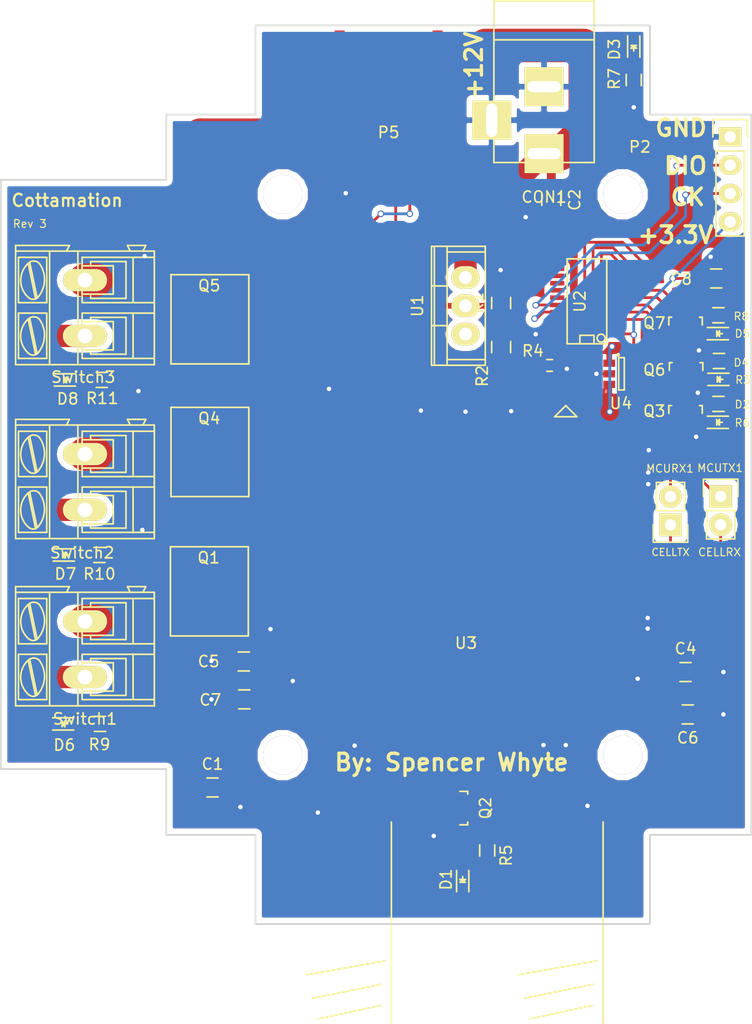
<source format=kicad_pcb>
(kicad_pcb (version 4) (host pcbnew 4.0.0-stable)
  (layers (0 F.Cu signal) (31 B.Cu signal hide) (34 B.Paste user) (35 F.Paste user) (36 B.SilkS user) (37 F.SilkS user) (38 B.Mask user) (39 F.Mask user) (44 Edge.Cuts user))
  (net 0 "")
  (net 1 VCC)
  (net 2 GND)
  (net 3 "Net-(D1-Pad2)")
  (net 4 "Net-(D2-Pad2)")
  (net 5 "Net-(D3-Pad2)")
  (net 6 "Net-(P2-Pad2)")
  (net 7 "Net-(P2-Pad3)")
  (net 8 "Net-(P5-Pad4)")
  (net 9 "Net-(P5-Pad3)")
  (net 10 "Net-(P5-Pad1)")
  (net 11 "Net-(P5-Pad5)")
  (net 12 "Net-(P5-Pad2)")
  (net 13 "Net-(P8-Pad2)")
  (net 14 "Net-(P9-Pad2)")
  (net 15 "Net-(Q1-PadG)")
  (net 16 "Net-(Q2-Pad1)")
  (net 17 "Net-(Q2-Pad3)")
  (net 18 "Net-(Q3-Pad1)")
  (net 19 "Net-(Q3-Pad3)")
  (net 20 "Net-(R4-Pad1)")
  (net 21 "Net-(U2-Pad11)")
  (net 22 "Net-(U2-Pad12)")
  (net 23 "Net-(U2-Pad13)")
  (net 24 "Net-(U2-Pad14)")
  (net 25 "Net-(U2-Pad15)")
  (net 26 "Net-(U2-Pad18)")
  (net 27 "Net-(U2-Pad19)")
  (net 28 "Net-(U3-Pad21)")
  (net 29 "Net-(U3-Pad4)")
  (net 30 "Net-(U3-Pad6)")
  (net 31 "Net-(U3-Pad7)")
  (net 32 "Net-(U3-Pad8)")
  (net 33 "Net-(U3-Pad9)")
  (net 34 "Net-(U3-Pad11)")
  (net 35 "Net-(U3-Pad12)")
  (net 36 "Net-(U3-Pad13)")
  (net 37 "Net-(U3-Pad16)")
  (net 38 "Net-(U3-Pad42)")
  (net 39 "Net-(U3-Pad44)")
  (net 40 "Net-(U3-Pad45)")
  (net 41 "Net-(U3-Pad46)")
  (net 42 "Net-(U3-Pad47)")
  (net 43 "Net-(U3-Pad48)")
  (net 44 "Net-(U3-Pad49)")
  (net 45 "Net-(U3-Pad50)")
  (net 46 "Net-(U3-Pad52)")
  (net 47 "Net-(U3-Pad53)")
  (net 48 "Net-(U3-Pad54)")
  (net 49 "Net-(U3-Pad55)")
  (net 50 "Net-(U3-Pad56)")
  (net 51 "Net-(U3-Pad22)")
  (net 52 "Net-(U3-Pad23)")
  (net 53 "Net-(U3-Pad24)")
  (net 54 "Net-(U3-Pad25)")
  (net 55 "Net-(U3-Pad26)")
  (net 56 "Net-(U3-Pad27)")
  (net 57 "Net-(U3-Pad28)")
  (net 58 "Net-(U3-Pad29)")
  (net 59 "Net-(U3-Pad30)")
  (net 60 "Net-(U3-Pad31)")
  (net 61 "Net-(U3-Pad32)")
  (net 62 "Net-(U3-Pad33)")
  (net 63 "Net-(U3-Pad34)")
  (net 64 "Net-(U3-Pad35)")
  (net 65 "Net-(U3-Pad36)")
  (net 66 "Net-(U3-Pad66)")
  (net 67 "Net-(U3-Pad67)")
  (net 68 "Net-(U3-Pad70)")
  (net 69 "Net-(U3-Pad72)")
  (net 70 "Net-(U3-Pad73)")
  (net 71 "Net-(U3-Pad74)")
  (net 72 "Net-(U3-Pad75)")
  (net 73 "Net-(U3-Pad76)")
  (net 74 "Net-(U3-Pad79)")
  (net 75 "Net-(Q4-PadG)")
  (net 76 "Net-(Q5-PadG)")
  (net 77 +12V)
  (net 78 "Net-(C8-Pad1)")
  (net 79 "Net-(U3-Pad15)")
  (net 80 "Net-(U3-Pad69)")
  (net 81 "Net-(U4-Pad4)")
  (net 82 "Net-(U2-Pad2)")
  (net 83 "Net-(D4-Pad2)")
  (net 84 "Net-(D5-Pad2)")
  (net 85 "Net-(Q6-Pad3)")
  (net 86 "Net-(Q7-Pad3)")
  (net 87 "Net-(Q6-Pad1)")
  (net 88 "Net-(Q7-Pad1)")
  (net 89 "Net-(D6-Pad2)")
  (net 90 "Net-(D7-Pad2)")
  (net 91 "Net-(D8-Pad2)")
  (net 92 "Net-(MCURX1-Pad1)")
  (net 93 "Net-(MCURX1-Pad2)")
  (net 94 "Net-(MCUTX1-Pad1)")
  (net 95 "Net-(MCUTX1-Pad2)")
  (net 96 "Net-(Q1-PadD)")
  (net 97 "Net-(Q4-PadD)")
  (net 98 "Net-(Q5-PadD)")
  (net 99 "Net-(R1-Pad1)")
  (module Mounting_Holes:MountingHole_3-5mm (layer F.Cu) (at 151.25 77.45)
    (fp_text reference REF** hide)
    (fp_text value MountingHole_3-5mm hide)
    (pad 1 thru_hole circle (at 0 0) (size 3.5 3.5) (drill 3.5) (layers))
  )
  (module spencerkicadfootprints:SIM5360 (layer F.Cu) (at 136.65 109.9)
    (fp_text reference U3 (at 0.55 7.8) (layer F.SilkS))
    (fp_text value SIM5360)
    (pad 61 smd rect (at 15 9.5) (size 1.8 0.6) (layers F.Cu F.Paste F.Mask) (net 2 GND))
    (pad 21 smd rect (at -15 -9.5) (size 1.8 0.6) (layers F.Cu F.Paste F.Mask) (net 28 "Net-(U3-Pad21)"))
    (pad 82 smd rect (at -10.5 15) (size 0.6 1.8) (layers F.Cu F.Paste F.Mask) (net 13 "Net-(P8-Pad2)"))
    (pad 1 smd rect (at 9.5 -15) (size 0.6 1.8) (layers F.Cu F.Paste F.Mask) (net 2 GND))
    (pad 2 smd rect (at 8.5 -15) (size 0.6 1.8) (layers F.Cu F.Paste F.Mask) (net 2 GND))
    (pad 3 smd rect (at 7.5 -15) (size 0.6 1.8) (layers F.Cu F.Paste F.Mask) (net 20 "Net-(R4-Pad1)"))
    (pad 4 smd rect (at 6.5 -15) (size 0.6 1.8) (layers F.Cu F.Paste F.Mask) (net 29 "Net-(U3-Pad4)"))
    (pad 5 smd rect (at 5.5 -15) (size 0.6 1.8) (layers F.Cu F.Paste F.Mask) (net 2 GND))
    (pad 6 smd rect (at 4.5 -15) (size 0.6 1.8) (layers F.Cu F.Paste F.Mask) (net 30 "Net-(U3-Pad6)"))
    (pad 7 smd rect (at 3.5 -15) (size 0.6 1.8) (layers F.Cu F.Paste F.Mask) (net 31 "Net-(U3-Pad7)"))
    (pad 8 smd rect (at 2.5 -15) (size 0.6 1.8) (layers F.Cu F.Paste F.Mask) (net 32 "Net-(U3-Pad8)"))
    (pad 9 smd rect (at 1.5 -15) (size 0.6 1.8) (layers F.Cu F.Paste F.Mask) (net 33 "Net-(U3-Pad9)"))
    (pad 10 smd rect (at 0.5 -15) (size 0.6 1.8) (layers F.Cu F.Paste F.Mask) (net 2 GND))
    (pad 11 smd rect (at -0.5 -15) (size 0.6 1.8) (layers F.Cu F.Paste F.Mask) (net 34 "Net-(U3-Pad11)"))
    (pad 12 smd rect (at -1.5 -15) (size 0.6 1.8) (layers F.Cu F.Paste F.Mask) (net 35 "Net-(U3-Pad12)"))
    (pad 13 smd rect (at -2.5 -15) (size 0.6 1.8) (layers F.Cu F.Paste F.Mask) (net 36 "Net-(U3-Pad13)"))
    (pad 14 smd rect (at -3.5 -15) (size 0.6 1.8) (layers F.Cu F.Paste F.Mask) (net 2 GND))
    (pad 15 smd rect (at -4.5 -15) (size 0.6 1.8) (layers F.Cu F.Paste F.Mask) (net 79 "Net-(U3-Pad15)"))
    (pad 16 smd rect (at -5.5 -15) (size 0.6 1.8) (layers F.Cu F.Paste F.Mask) (net 37 "Net-(U3-Pad16)"))
    (pad 17 smd rect (at -6.5 -15) (size 0.6 1.8) (layers F.Cu F.Paste F.Mask) (net 10 "Net-(P5-Pad1)"))
    (pad 18 smd rect (at -7.5 -15) (size 0.6 1.8) (layers F.Cu F.Paste F.Mask) (net 9 "Net-(P5-Pad3)"))
    (pad 19 smd rect (at -8.5 -15) (size 0.6 1.8) (layers F.Cu F.Paste F.Mask) (net 12 "Net-(P5-Pad2)"))
    (pad 20 smd rect (at -9.5 -15) (size 0.6 1.8) (layers F.Cu F.Paste F.Mask) (net 11 "Net-(P5-Pad5)"))
    (pad 81 smd rect (at -10.5 -15) (size 0.6 1.8) (layers F.Cu F.Paste F.Mask) (net 2 GND))
    (pad 41 smd rect (at -9.5 15) (size 0.6 1.8) (layers F.Cu F.Paste F.Mask) (net 2 GND))
    (pad 42 smd rect (at -8.5 15) (size 0.6 1.8) (layers F.Cu F.Paste F.Mask) (net 38 "Net-(U3-Pad42)"))
    (pad 43 smd rect (at -7.5 15) (size 0.6 1.8) (layers F.Cu F.Paste F.Mask) (net 2 GND))
    (pad 44 smd rect (at -6.5 15) (size 0.6 1.8) (layers F.Cu F.Paste F.Mask) (net 39 "Net-(U3-Pad44)"))
    (pad 45 smd rect (at -5.5 15) (size 0.6 1.8) (layers F.Cu F.Paste F.Mask) (net 40 "Net-(U3-Pad45)"))
    (pad 46 smd rect (at -4.5 15) (size 0.6 1.8) (layers F.Cu F.Paste F.Mask) (net 41 "Net-(U3-Pad46)"))
    (pad 47 smd rect (at -3.5 15) (size 0.6 1.8) (layers F.Cu F.Paste F.Mask) (net 42 "Net-(U3-Pad47)"))
    (pad 48 smd rect (at -2.5 15) (size 0.6 1.8) (layers F.Cu F.Paste F.Mask) (net 43 "Net-(U3-Pad48)"))
    (pad 49 smd rect (at -1.5 15) (size 0.6 1.8) (layers F.Cu F.Paste F.Mask) (net 44 "Net-(U3-Pad49)"))
    (pad 50 smd rect (at -0.5 15) (size 0.6 1.8) (layers F.Cu F.Paste F.Mask) (net 45 "Net-(U3-Pad50)"))
    (pad 51 smd rect (at 0.5 15) (size 0.6 1.8) (layers F.Cu F.Paste F.Mask) (net 16 "Net-(Q2-Pad1)"))
    (pad 52 smd rect (at 1.5 15) (size 0.6 1.8) (layers F.Cu F.Paste F.Mask) (net 46 "Net-(U3-Pad52)"))
    (pad 53 smd rect (at 2.5 15) (size 0.6 1.8) (layers F.Cu F.Paste F.Mask) (net 47 "Net-(U3-Pad53)"))
    (pad 54 smd rect (at 3.5 15) (size 0.6 1.8) (layers F.Cu F.Paste F.Mask) (net 48 "Net-(U3-Pad54)"))
    (pad 55 smd rect (at 4.5 15) (size 0.6 1.8) (layers F.Cu F.Paste F.Mask) (net 49 "Net-(U3-Pad55)"))
    (pad 56 smd rect (at 5.5 15) (size 0.6 1.8) (layers F.Cu F.Paste F.Mask) (net 50 "Net-(U3-Pad56)"))
    (pad 57 smd rect (at 6.5 15) (size 0.6 1.8) (layers F.Cu F.Paste F.Mask) (net 2 GND))
    (pad 58 smd rect (at 7.5 15) (size 0.6 1.8) (layers F.Cu F.Paste F.Mask) (net 2 GND))
    (pad 59 smd rect (at 8.5 15) (size 0.6 1.8) (layers F.Cu F.Paste F.Mask) (net 14 "Net-(P9-Pad2)"))
    (pad 60 smd rect (at 9.5 15) (size 0.6 1.8) (layers F.Cu F.Paste F.Mask) (net 2 GND))
    (pad 22 smd rect (at -15 -8.5) (size 1.8 0.6) (layers F.Cu F.Paste F.Mask) (net 51 "Net-(U3-Pad22)"))
    (pad 23 smd rect (at -15 -7.5) (size 1.8 0.6) (layers F.Cu F.Paste F.Mask) (net 52 "Net-(U3-Pad23)"))
    (pad 24 smd rect (at -15 -6.5) (size 1.8 0.6) (layers F.Cu F.Paste F.Mask) (net 53 "Net-(U3-Pad24)"))
    (pad 25 smd rect (at -15 -5.5) (size 1.8 0.6) (layers F.Cu F.Paste F.Mask) (net 54 "Net-(U3-Pad25)"))
    (pad 26 smd rect (at -15 -4.5) (size 1.8 0.6) (layers F.Cu F.Paste F.Mask) (net 55 "Net-(U3-Pad26)"))
    (pad 27 smd rect (at -15 -3.5) (size 1.8 0.6) (layers F.Cu F.Paste F.Mask) (net 56 "Net-(U3-Pad27)"))
    (pad 28 smd rect (at -15 -2.5) (size 1.8 0.6) (layers F.Cu F.Paste F.Mask) (net 57 "Net-(U3-Pad28)"))
    (pad 29 smd rect (at -15 -1.5) (size 1.8 0.6) (layers F.Cu F.Paste F.Mask) (net 58 "Net-(U3-Pad29)"))
    (pad 30 smd rect (at -15 -0.5) (size 1.8 0.6) (layers F.Cu F.Paste F.Mask) (net 59 "Net-(U3-Pad30)"))
    (pad 31 smd rect (at -15 0.5) (size 1.8 0.6) (layers F.Cu F.Paste F.Mask) (net 60 "Net-(U3-Pad31)"))
    (pad 32 smd rect (at -15 1.5) (size 1.8 0.6) (layers F.Cu F.Paste F.Mask) (net 61 "Net-(U3-Pad32)"))
    (pad 33 smd rect (at -15 2.5) (size 1.8 0.6) (layers F.Cu F.Paste F.Mask) (net 62 "Net-(U3-Pad33)"))
    (pad 34 smd rect (at -15 3.5) (size 1.8 0.6) (layers F.Cu F.Paste F.Mask) (net 63 "Net-(U3-Pad34)"))
    (pad 35 smd rect (at -15 4.5) (size 1.8 0.6) (layers F.Cu F.Paste F.Mask) (net 64 "Net-(U3-Pad35)"))
    (pad 36 smd rect (at -15 5.5) (size 1.8 0.6) (layers F.Cu F.Paste F.Mask) (net 65 "Net-(U3-Pad36)"))
    (pad 37 smd rect (at -15 6.5) (size 1.8 0.6) (layers F.Cu F.Paste F.Mask) (net 2 GND))
    (pad 38 smd rect (at -15 7.5) (size 1.8 0.6) (layers F.Cu F.Paste F.Mask) (net 1 VCC))
    (pad 39 smd rect (at -15 8.5) (size 1.8 0.6) (layers F.Cu F.Paste F.Mask) (net 1 VCC))
    (pad 40 smd rect (at -15 9.5) (size 1.8 0.6) (layers F.Cu F.Paste F.Mask) (net 2 GND))
    (pad 62 smd rect (at 15 8.5) (size 1.8 0.6) (layers F.Cu F.Paste F.Mask) (net 1 VCC))
    (pad 63 smd rect (at 15 7.5) (size 1.8 0.6) (layers F.Cu F.Paste F.Mask) (net 1 VCC))
    (pad 64 smd rect (at 15 6.5) (size 1.8 0.6) (layers F.Cu F.Paste F.Mask) (net 2 GND))
    (pad 65 smd rect (at 15 5.5) (size 1.8 0.6) (layers F.Cu F.Paste F.Mask) (net 2 GND))
    (pad 66 smd rect (at 15 4.5) (size 1.8 0.6) (layers F.Cu F.Paste F.Mask) (net 66 "Net-(U3-Pad66)"))
    (pad 67 smd rect (at 15 3.5) (size 1.8 0.6) (layers F.Cu F.Paste F.Mask) (net 67 "Net-(U3-Pad67)"))
    (pad 68 smd rect (at 15 2.5) (size 1.8 0.6) (layers F.Cu F.Paste F.Mask) (net 95 "Net-(MCUTX1-Pad2)"))
    (pad 69 smd rect (at 15 1.5) (size 1.8 0.6) (layers F.Cu F.Paste F.Mask) (net 80 "Net-(U3-Pad69)"))
    (pad 70 smd rect (at 15 0.5) (size 1.8 0.6) (layers F.Cu F.Paste F.Mask) (net 68 "Net-(U3-Pad70)"))
    (pad 71 smd rect (at 15 -0.5) (size 1.8 0.6) (layers F.Cu F.Paste F.Mask) (net 92 "Net-(MCURX1-Pad1)"))
    (pad 72 smd rect (at 15 -1.5) (size 1.8 0.6) (layers F.Cu F.Paste F.Mask) (net 69 "Net-(U3-Pad72)"))
    (pad 73 smd rect (at 15 -2.5) (size 1.8 0.6) (layers F.Cu F.Paste F.Mask) (net 70 "Net-(U3-Pad73)"))
    (pad 74 smd rect (at 15 -3.5) (size 1.8 0.6) (layers F.Cu F.Paste F.Mask) (net 71 "Net-(U3-Pad74)"))
    (pad 75 smd rect (at 15 -4.5) (size 1.8 0.6) (layers F.Cu F.Paste F.Mask) (net 72 "Net-(U3-Pad75)"))
    (pad 76 smd rect (at 15 -5.5) (size 1.8 0.6) (layers F.Cu F.Paste F.Mask) (net 73 "Net-(U3-Pad76)"))
    (pad 77 smd rect (at 15 -6.5) (size 1.8 0.6) (layers F.Cu F.Paste F.Mask) (net 2 GND))
    (pad 78 smd rect (at 15 -7.5) (size 1.8 0.6) (layers F.Cu F.Paste F.Mask) (net 2 GND))
    (pad 79 smd rect (at 15 -8.5) (size 1.8 0.6) (layers F.Cu F.Paste F.Mask) (net 74 "Net-(U3-Pad79)"))
    (pad 80 smd rect (at 15 -9.5) (size 1.8 0.6) (layers F.Cu F.Paste F.Mask) (net 2 GND))
  )
  (module SMD_Packages:DPAK-3_GDS (layer F.Cu) (at 114.1 109.95 180)
    (fp_text reference Q1 (at 0 -0.09906 180) (layer F.SilkS))
    (fp_text value FET_N hide)
    (pad G smd rect (at -2.286 2.413 180) (size 1.651 3.048) (layers F.Cu F.Paste F.Mask) (net 15 "Net-(Q1-PadG)"))
    (pad D smd rect (at 0 -3.937 180) (size 6.096 6.096) (layers F.Cu F.Paste F.Mask) (net 96 "Net-(Q1-PadD)"))
    (pad S smd rect (at 2.286 2.413 180) (size 1.651 3.048) (layers F.Cu F.Paste F.Mask) (net 2 GND))
  )
  (module SMD_Packages:DPAK-3_GDS (layer F.Cu) (at 114.15 97.45 180)
    (fp_text reference Q4 (at 0 -0.09906 180) (layer F.SilkS))
    (fp_text value FET_N hide)
    (pad G smd rect (at -2.286 2.413 180) (size 1.651 3.048) (layers F.Cu F.Paste F.Mask) (net 75 "Net-(Q4-PadG)"))
    (pad D smd rect (at 0 -3.937 180) (size 6.096 6.096) (layers F.Cu F.Paste F.Mask) (net 97 "Net-(Q4-PadD)"))
    (pad S smd rect (at 2.286 2.413 180) (size 1.651 3.048) (layers F.Cu F.Paste F.Mask) (net 2 GND))
  )
  (module SMD_Packages:DPAK-3_GDS (layer F.Cu) (at 114.15 85.55 180)
    (fp_text reference Q5 (at 0 -0.09906 180) (layer F.SilkS))
    (fp_text value FET_N hide)
    (pad G smd rect (at -2.286 2.413 180) (size 1.651 3.048) (layers F.Cu F.Paste F.Mask) (net 76 "Net-(Q5-PadG)"))
    (pad D smd rect (at 0 -3.937 180) (size 6.096 6.096) (layers F.Cu F.Paste F.Mask) (net 98 "Net-(Q5-PadD)"))
    (pad S smd rect (at 2.286 2.413 180) (size 1.651 3.048) (layers F.Cu F.Paste F.Mask) (net 2 GND))
  )
  (module Capacitors_SMD:C_0805 (layer F.Cu) (at 156.9 120.3)
    (fp_text reference C4 (at 0 -2.1) (layer F.SilkS))
    (fp_text value 100nF hide)
    (pad 1 smd rect (at -1 0) (size 1 1.25) (layers F.Cu F.Paste F.Mask) (net 1 VCC))
    (pad 2 smd rect (at 1 0) (size 1 1.25) (layers F.Cu F.Paste F.Mask) (net 2 GND))
  )
  (module Capacitors_SMD:C_0805 (layer F.Cu) (at 117.25 119.35)
    (fp_text reference C5 (at -3.15 0) (layer F.SilkS))
    (fp_text value 100nF hide)
    (pad 1 smd rect (at -1 0) (size 1 1.25) (layers F.Cu F.Paste F.Mask) (net 2 GND))
    (pad 2 smd rect (at 1 0) (size 1 1.25) (layers F.Cu F.Paste F.Mask) (net 1 VCC))
  )
  (module Capacitors_SMD:C_0805 (layer F.Cu) (at 157.1 124.1 180)
    (fp_text reference C6 (at 0 -2.1 180) (layer F.SilkS))
    (fp_text value 100nF hide)
    (pad 1 smd rect (at -1 0 180) (size 1 1.25) (layers F.Cu F.Paste F.Mask) (net 2 GND))
    (pad 2 smd rect (at 1 0 180) (size 1 1.25) (layers F.Cu F.Paste F.Mask) (net 1 VCC))
  )
  (module Capacitors_SMD:C_0805 (layer F.Cu) (at 117.3 122.75 180)
    (fp_text reference C7 (at 3.05 -0.05 180) (layer F.SilkS))
    (fp_text value 100nF hide)
    (pad 1 smd rect (at -1 0 180) (size 1 1.25) (layers F.Cu F.Paste F.Mask) (net 1 VCC))
    (pad 2 smd rect (at 1 0 180) (size 1 1.25) (layers F.Cu F.Paste F.Mask) (net 2 GND))
  )
  (module Connect:BARREL_JACK (layer F.Cu) (at 144.2 67.6 270)
    (fp_text reference CON1 (at 10.09904 0 360) (layer F.SilkS))
    (fp_text value BARREL_JACK hide)
    (pad 1 thru_hole rect (at 6.20014 0 270) (size 3.50012 3.50012) (drill oval 1.00076 2.99974) (layers *.Cu *.Mask F.SilkS) (net 77 +12V))
    (pad 2 thru_hole rect (at 0.20066 0 270) (size 3.50012 3.50012) (drill oval 1.00076 2.99974) (layers *.Cu *.Mask F.SilkS) (net 2 GND))
    (pad 3 thru_hole rect (at 3.2004 4.699 270) (size 3.50012 3.50012) (drill oval 2.99974 1.00076) (layers *.Cu *.Mask F.SilkS) (net 2 GND))
  )
  (module LEDs:LED-0603 (layer F.Cu) (at 136.9 138.9 90)
    (fp_text reference D1 (at 0 -1.5 90) (layer F.SilkS))
    (fp_text value LED hide)
    (pad 2 smd rect (at 0.7493 0 270) (size 0.79756 0.79756) (layers F.Cu F.Paste F.Mask) (net 3 "Net-(D1-Pad2)"))
    (pad 1 smd rect (at -0.7493 0 270) (size 0.79756 0.79756) (layers F.Cu F.Paste F.Mask) (net 1 VCC))
  )
  (module LEDs:LED-0603 (layer F.Cu) (at 159.95 97.9)
    (fp_text reference D2 (at 2.05 -1.6) (layer F.SilkS) (effects (font (size 0.7 0.7) (thickness 0.1))))
    (fp_text value LED hide)
    (pad 2 smd rect (at 0.7493 0 180) (size 0.79756 0.79756) (layers F.Cu F.Paste F.Mask) (net 4 "Net-(D2-Pad2)"))
    (pad 1 smd rect (at -0.7493 0 180) (size 0.79756 0.79756) (layers F.Cu F.Paste F.Mask) (net 1 VCC))
  )
  (module LEDs:LED-0603 (layer F.Cu) (at 152.25 64.35 270)
    (fp_text reference D3 (at 0.1 1.75 270) (layer F.SilkS))
    (fp_text value LED hide)
    (pad 2 smd rect (at 0.7493 0 90) (size 0.79756 0.79756) (layers F.Cu F.Paste F.Mask) (net 5 "Net-(D3-Pad2)"))
    (pad 1 smd rect (at -0.7493 0 90) (size 0.79756 0.79756) (layers F.Cu F.Paste F.Mask) (net 1 VCC))
  )
  (module Pin_Headers:Pin_Header_Straight_1x04 (layer F.Cu) (at 160.9 72.3)
    (fp_text reference P2 (at -8.1 0.9) (layer F.SilkS))
    (fp_text value CONN_01X04 hide)
    (pad 1 thru_hole rect (at 0 0) (size 2.032 1.7272) (drill 1.016) (layers *.Cu *.Mask F.SilkS) (net 2 GND))
    (pad 2 thru_hole oval (at 0 2.54) (size 2.032 1.7272) (drill 1.016) (layers *.Cu *.Mask F.SilkS) (net 6 "Net-(P2-Pad2)"))
    (pad 3 thru_hole oval (at 0 5.08) (size 2.032 1.7272) (drill 1.016) (layers *.Cu *.Mask F.SilkS) (net 7 "Net-(P2-Pad3)"))
    (pad 4 thru_hole oval (at 0 7.62) (size 2.032 1.7272) (drill 1.016) (layers *.Cu *.Mask F.SilkS) (net 78 "Net-(C8-Pad1)"))
  )
  (module Pin_Headers:Pin_Header_Straight_1x02 (layer F.Cu) (at 160.05 104.55)
    (fp_text reference MCUTX1 (at -0.05 -2.55) (layer F.SilkS) (effects (font (size 0.7 0.7) (thickness 0.1))))
    (fp_text value CONN_01X02 hide)
    (pad 1 thru_hole rect (at 0 0) (size 2.032 2.032) (drill 1.016) (layers *.Cu *.Mask F.SilkS) (net 94 "Net-(MCUTX1-Pad1)"))
    (pad 2 thru_hole oval (at 0 2.54) (size 2.032 2.032) (drill 1.016) (layers *.Cu *.Mask F.SilkS) (net 95 "Net-(MCUTX1-Pad2)"))
  )
  (module Pin_Headers:Pin_Header_Straight_1x02 (layer F.Cu) (at 155.55 107.1 180)
    (fp_text reference MCURX1 (at 0.05 5.05 180) (layer F.SilkS) (effects (font (size 0.7 0.7) (thickness 0.1))))
    (fp_text value CONN_01X02 hide)
    (pad 1 thru_hole rect (at 0 0 180) (size 2.032 2.032) (drill 1.016) (layers *.Cu *.Mask F.SilkS) (net 92 "Net-(MCURX1-Pad1)"))
    (pad 2 thru_hole oval (at 0 2.54 180) (size 2.032 2.032) (drill 1.016) (layers *.Cu *.Mask F.SilkS) (net 93 "Net-(MCURX1-Pad2)"))
  )
  (module spencerkicadfootprints:SMA_Right (layer F.Cu) (at 126.5 137.9 270)
    (fp_text reference P8 hide)
    (fp_text value CONN_01X02 hide)
    (pad 1 smd circle (at -2.54 2.54 270) (size 1.6002 1.6002) (layers F.Cu F.Paste F.Mask) (net 2 GND))
    (pad 1 smd circle (at 2.54 2.54 270) (size 1.6002 1.6002) (layers F.Cu F.Paste F.Mask) (net 2 GND))
    (pad 1 smd circle (at -2.54 -2.54 270) (size 1.6002 1.6002) (layers F.Cu F.Paste F.Mask) (net 2 GND))
    (pad 1 smd circle (at 2.54 -2.54 270) (size 1.6002 1.6002) (layers F.Cu F.Paste F.Mask) (net 2 GND))
    (pad 2 smd circle (at 0 0 270) (size 1.6002 1.6002) (layers F.Cu F.Paste F.Mask) (net 13 "Net-(P8-Pad2)"))
  )
  (module spencerkicadfootprints:SMA_Right (layer F.Cu) (at 145.5 137.9 270)
    (fp_text reference P9 hide)
    (fp_text value CONN_01X02 hide)
    (pad 1 smd circle (at -2.54 2.54 270) (size 1.6002 1.6002) (layers F.Cu F.Paste F.Mask) (net 2 GND))
    (pad 1 smd circle (at 2.54 2.54 270) (size 1.6002 1.6002) (layers F.Cu F.Paste F.Mask) (net 2 GND))
    (pad 1 smd circle (at -2.54 -2.54 270) (size 1.6002 1.6002) (layers F.Cu F.Paste F.Mask) (net 2 GND))
    (pad 1 smd circle (at 2.54 -2.54 270) (size 1.6002 1.6002) (layers F.Cu F.Paste F.Mask) (net 2 GND))
    (pad 2 smd circle (at 0 0 270) (size 1.6002 1.6002) (layers F.Cu F.Paste F.Mask) (net 14 "Net-(P9-Pad2)"))
  )
  (module Resistors_SMD:R_0402 (layer F.Cu) (at 144.7 92.8)
    (fp_text reference R4 (at -1.5 -1.3) (layer F.SilkS))
    (fp_text value 10k hide)
    (pad 1 smd rect (at -0.45 0) (size 0.4 0.6) (layers F.Cu F.Paste F.Mask) (net 20 "Net-(R4-Pad1)"))
    (pad 2 smd rect (at 0.45 0) (size 0.4 0.6) (layers F.Cu F.Paste F.Mask) (net 2 GND))
  )
  (module Resistors_SMD:R_0603 (layer F.Cu) (at 139.1 136.3 90)
    (fp_text reference R5 (at -0.45 1.7 90) (layer F.SilkS))
    (fp_text value 200 hide)
    (pad 1 smd rect (at -0.75 0 90) (size 0.5 0.9) (layers F.Cu F.Paste F.Mask) (net 3 "Net-(D1-Pad2)"))
    (pad 2 smd rect (at 0.75 0 90) (size 0.5 0.9) (layers F.Cu F.Paste F.Mask) (net 17 "Net-(Q2-Pad3)"))
  )
  (module Resistors_SMD:R_0603 (layer F.Cu) (at 159.85 96.25 180)
    (fp_text reference R6 (at -2.15 -1.7 180) (layer F.SilkS) (effects (font (size 0.7 0.7) (thickness 0.1))))
    (fp_text value 200 hide)
    (pad 1 smd rect (at -0.75 0 180) (size 0.5 0.9) (layers F.Cu F.Paste F.Mask) (net 4 "Net-(D2-Pad2)"))
    (pad 2 smd rect (at 0.75 0 180) (size 0.5 0.9) (layers F.Cu F.Paste F.Mask) (net 19 "Net-(Q3-Pad3)"))
  )
  (module Resistors_SMD:R_0603 (layer F.Cu) (at 152.25 67.2 270)
    (fp_text reference R7 (at -0.1 1.75 270) (layer F.SilkS))
    (fp_text value 200 hide)
    (pad 1 smd rect (at -0.75 0 270) (size 0.5 0.9) (layers F.Cu F.Paste F.Mask) (net 5 "Net-(D3-Pad2)"))
    (pad 2 smd rect (at 0.75 0 270) (size 0.5 0.9) (layers F.Cu F.Paste F.Mask) (net 2 GND))
  )
  (module SMD_Packages:SSOP-20 (layer F.Cu) (at 148.05 87.05 90)
    (fp_text reference U2 (at 0 -0.635 90) (layer F.SilkS))
    (fp_text value MSP430G2553IPW20 hide)
    (pad 1 smd rect (at -2.921 2.667 90) (size 0.4064 1.27) (layers F.Cu F.Paste F.Mask) (net 78 "Net-(C8-Pad1)"))
    (pad 2 smd rect (at -2.286 2.667 90) (size 0.4064 1.27) (layers F.Cu F.Paste F.Mask) (net 82 "Net-(U2-Pad2)"))
    (pad 3 smd rect (at -1.6256 2.667 90) (size 0.4064 1.27) (layers F.Cu F.Paste F.Mask) (net 93 "Net-(MCURX1-Pad2)"))
    (pad 4 smd rect (at -0.9652 2.667 90) (size 0.4064 1.27) (layers F.Cu F.Paste F.Mask) (net 94 "Net-(MCUTX1-Pad1)"))
    (pad 5 smd rect (at -0.3302 2.667 90) (size 0.4064 1.27) (layers F.Cu F.Paste F.Mask) (net 18 "Net-(Q3-Pad1)"))
    (pad 6 smd rect (at 0.3302 2.667 90) (size 0.4064 1.27) (layers F.Cu F.Paste F.Mask) (net 87 "Net-(Q6-Pad1)"))
    (pad 7 smd rect (at 0.9906 2.667 90) (size 0.4064 1.27) (layers F.Cu F.Paste F.Mask) (net 88 "Net-(Q7-Pad1)"))
    (pad 8 smd rect (at 1.6256 2.667 90) (size 0.4064 1.27) (layers F.Cu F.Paste F.Mask) (net 76 "Net-(Q5-PadG)"))
    (pad 9 smd rect (at 2.286 2.667 90) (size 0.4064 1.27) (layers F.Cu F.Paste F.Mask) (net 75 "Net-(Q4-PadG)"))
    (pad 10 smd rect (at 2.921 2.667 90) (size 0.4064 1.27) (layers F.Cu F.Paste F.Mask) (net 15 "Net-(Q1-PadG)"))
    (pad 11 smd rect (at 2.921 -2.667 90) (size 0.4064 1.27) (layers F.Cu F.Paste F.Mask) (net 21 "Net-(U2-Pad11)"))
    (pad 12 smd rect (at 2.286 -2.667 90) (size 0.4064 1.27) (layers F.Cu F.Paste F.Mask) (net 22 "Net-(U2-Pad12)"))
    (pad 13 smd rect (at 1.6256 -2.667 90) (size 0.4064 1.27) (layers F.Cu F.Paste F.Mask) (net 23 "Net-(U2-Pad13)"))
    (pad 14 smd rect (at 0.9906 -2.667 90) (size 0.4064 1.27) (layers F.Cu F.Paste F.Mask) (net 24 "Net-(U2-Pad14)"))
    (pad 15 smd rect (at 0.3302 -2.667 90) (size 0.4064 1.27) (layers F.Cu F.Paste F.Mask) (net 25 "Net-(U2-Pad15)"))
    (pad 16 smd rect (at -0.3302 -2.667 90) (size 0.4064 1.27) (layers F.Cu F.Paste F.Mask) (net 6 "Net-(P2-Pad2)"))
    (pad 17 smd rect (at -0.9652 -2.667 90) (size 0.4064 1.27) (layers F.Cu F.Paste F.Mask) (net 7 "Net-(P2-Pad3)"))
    (pad 18 smd rect (at -1.6256 -2.667 90) (size 0.4064 1.27) (layers F.Cu F.Paste F.Mask) (net 26 "Net-(U2-Pad18)"))
    (pad 19 smd rect (at -2.286 -2.667 90) (size 0.4064 1.27) (layers F.Cu F.Paste F.Mask) (net 27 "Net-(U2-Pad19)"))
    (pad 20 smd rect (at -2.921 -2.667 90) (size 0.4064 1.27) (layers F.Cu F.Paste F.Mask) (net 2 GND))
  )
  (module Capacitors_SMD:C_0805 (layer F.Cu) (at 159.65 85)
    (fp_text reference C8 (at -3.15 0.05) (layer F.SilkS))
    (fp_text value 100nF hide)
    (pad 1 smd rect (at -1 0) (size 1 1.25) (layers F.Cu F.Paste F.Mask) (net 78 "Net-(C8-Pad1)"))
    (pad 2 smd rect (at 1 0) (size 1 1.25) (layers F.Cu F.Paste F.Mask) (net 2 GND))
  )
  (module Housings_SOT-23_SOT-143_TSOT-6:SOT-23-5 (layer F.Cu) (at 151.15 93.55)
    (fp_text reference U4 (at -0.05 2.65) (layer F.SilkS))
    (fp_text value PAM3101DAB330 hide)
    (pad 1 smd rect (at -1.1 -0.95) (size 1.06 0.65) (layers F.Cu F.Paste F.Mask) (net 1 VCC))
    (pad 2 smd rect (at -1.1 0) (size 1.06 0.65) (layers F.Cu F.Paste F.Mask) (net 2 GND))
    (pad 3 smd rect (at -1.1 0.95) (size 1.06 0.65) (layers F.Cu F.Paste F.Mask) (net 1 VCC))
    (pad 4 smd rect (at 1.1 0.95) (size 1.06 0.65) (layers F.Cu F.Paste F.Mask) (net 81 "Net-(U4-Pad4)"))
    (pad 5 smd rect (at 1.1 -0.95) (size 1.06 0.65) (layers F.Cu F.Paste F.Mask) (net 78 "Net-(C8-Pad1)"))
  )
  (module Connect:AK300-2 (layer F.Cu) (at 103 120.75 90)
    (fp_text reference Switch1 (at -3.75 0 180) (layer F.SilkS))
    (fp_text value CONN_01X02 hide)
    (pad 1 thru_hole oval (at 0 0 90) (size 1.9812 3.9624) (drill 1.3208) (layers *.Cu F.Paste F.SilkS F.Mask) (net 77 +12V))
    (pad 2 thru_hole oval (at 5 0 90) (size 1.9812 3.9624) (drill 1.3208) (layers *.Cu F.Paste F.SilkS F.Mask) (net 96 "Net-(Q1-PadD)"))
  )
  (module Connect:AK300-2 (layer F.Cu) (at 103 105.75 90)
    (fp_text reference Switch2 (at -3.85 -0.25 180) (layer F.SilkS))
    (fp_text value CONN_01X02 hide)
    (pad 1 thru_hole oval (at 0 0 90) (size 1.9812 3.9624) (drill 1.3208) (layers *.Cu F.Paste F.SilkS F.Mask) (net 77 +12V))
    (pad 2 thru_hole oval (at 5 0 90) (size 1.9812 3.9624) (drill 1.3208) (layers *.Cu F.Paste F.SilkS F.Mask) (net 97 "Net-(Q4-PadD)"))
  )
  (module Connect:AK300-2 (layer F.Cu) (at 103 90.15 90)
    (fp_text reference Switch3 (at -3.7 -0.15 180) (layer F.SilkS))
    (fp_text value CONN_01X02 hide)
    (pad 1 thru_hole oval (at 0 0 90) (size 1.9812 3.9624) (drill 1.3208) (layers *.Cu F.Paste F.SilkS F.Mask) (net 77 +12V))
    (pad 2 thru_hole oval (at 5 0 90) (size 1.9812 3.9624) (drill 1.3208) (layers *.Cu F.Paste F.SilkS F.Mask) (net 98 "Net-(Q5-PadD)"))
  )
  (module spencerkicadfootprints:693043020611 (layer F.Cu) (at 130.25 75.4 180)
    (fp_text reference P5 (at 0 3.5 180) (layer F.SilkS))
    (fp_text value CONN_01X06 hide)
    (pad "" smd rect (at 4.4 12.14 180) (size 0.9 1) (layers F.Cu F.Paste F.Mask))
    (pad "" smd rect (at 4.42 6.42 180) (size 0.35 1.8) (layers F.Cu F.Paste F.Mask))
    (pad "" smd rect (at -4.42 6.42 180) (size 0.35 1.8) (layers F.Cu F.Paste F.Mask))
    (pad "" smd rect (at 4.42 0.67 180) (size 0.35 1.8) (layers F.Cu F.Paste F.Mask))
    (pad 4 smd rect (at 0.635 0 180) (size 0.65 1.3) (layers F.Cu F.Paste F.Mask) (net 8 "Net-(P5-Pad4)"))
    (pad 3 smd rect (at -0.635 0 180) (size 0.65 1.3) (layers F.Cu F.Paste F.Mask) (net 9 "Net-(P5-Pad3)"))
    (pad 5 smd rect (at 1.905 0 180) (size 0.65 1.3) (layers F.Cu F.Paste F.Mask) (net 11 "Net-(P5-Pad5)"))
    (pad 6 smd rect (at 3.175 0 180) (size 0.65 1.3) (layers F.Cu F.Paste F.Mask) (net 2 GND))
    (pad 2 smd rect (at -1.905 0 180) (size 0.65 1.3) (layers F.Cu F.Paste F.Mask) (net 12 "Net-(P5-Pad2)"))
    (pad 1 smd rect (at -3.175 0 180) (size 0.65 1.3) (layers F.Cu F.Paste F.Mask) (net 10 "Net-(P5-Pad1)"))
    (pad "" smd rect (at -4.42 0.67 180) (size 0.35 1.8) (layers F.Cu F.Paste F.Mask))
    (pad "" smd rect (at -4.4 12.14 180) (size 0.9 1) (layers F.Cu F.Paste F.Mask))
  )
  (module Mounting_Holes:MountingHole_3-5mm (layer F.Cu) (at 120.75 127.75)
    (fp_text reference REF** hide)
    (fp_text value MountingHole_3-5mm hide)
    (pad 1 thru_hole circle (at 0 0) (size 3.5 3.5) (drill 3.5) (layers))
  )
  (module Mounting_Holes:MountingHole_3-5mm (layer F.Cu) (at 151.25 127.75)
    (fp_text reference REF** hide)
    (fp_text value MountingHole_3-5mm hide)
    (pad 1 thru_hole circle (at 0 0) (size 3.5 3.5) (drill 3.5) (layers))
  )
  (module LEDs:LED-0603 (layer F.Cu) (at 160 94.05)
    (fp_text reference D4 (at 1.9 -1.5) (layer F.SilkS) (effects (font (size 0.7 0.7) (thickness 0.1))))
    (fp_text value LED hide)
    (pad 2 smd rect (at 0.7493 0 180) (size 0.79756 0.79756) (layers F.Cu F.Paste F.Mask) (net 83 "Net-(D4-Pad2)"))
    (pad 1 smd rect (at -0.7493 0 180) (size 0.79756 0.79756) (layers F.Cu F.Paste F.Mask) (net 1 VCC))
  )
  (module LEDs:LED-0603 (layer F.Cu) (at 159.95 89.95)
    (fp_text reference D5 (at 2.05 0) (layer F.SilkS) (effects (font (size 0.7 0.7) (thickness 0.1))))
    (fp_text value LED hide)
    (pad 2 smd rect (at 0.7493 0 180) (size 0.79756 0.79756) (layers F.Cu F.Paste F.Mask) (net 84 "Net-(D5-Pad2)"))
    (pad 1 smd rect (at -0.7493 0 180) (size 0.79756 0.79756) (layers F.Cu F.Paste F.Mask) (net 1 VCC))
  )
  (module Resistors_SMD:R_0603 (layer F.Cu) (at 159.9 92.4 180)
    (fp_text reference R3 (at -2.15 -1.7 180) (layer F.SilkS) (effects (font (size 0.7 0.7) (thickness 0.1))))
    (fp_text value 200 hide)
    (pad 1 smd rect (at -0.75 0 180) (size 0.5 0.9) (layers F.Cu F.Paste F.Mask) (net 83 "Net-(D4-Pad2)"))
    (pad 2 smd rect (at 0.75 0 180) (size 0.5 0.9) (layers F.Cu F.Paste F.Mask) (net 85 "Net-(Q6-Pad3)"))
  )
  (module Resistors_SMD:R_0603 (layer F.Cu) (at 159.85 88.3 180)
    (fp_text reference R8 (at -2.05 -0.1 180) (layer F.SilkS) (effects (font (size 0.7 0.7) (thickness 0.1))))
    (fp_text value 200 hide)
    (pad 1 smd rect (at -0.75 0 180) (size 0.5 0.9) (layers F.Cu F.Paste F.Mask) (net 84 "Net-(D5-Pad2)"))
    (pad 2 smd rect (at 0.75 0 180) (size 0.5 0.9) (layers F.Cu F.Paste F.Mask) (net 86 "Net-(Q7-Pad3)"))
  )
  (module Mounting_Holes:MountingHole_3-5mm (layer F.Cu) (at 120.75 77.45)
    (fp_text reference REF** hide)
    (fp_text value MountingHole_3-5mm hide)
    (pad 1 thru_hole circle (at 0 0) (size 3.5 3.5) (drill 3.5) (layers))
  )
  (module Housings_SOT-23_SOT-143_TSOT-6:SOT-23 (layer F.Cu) (at 156.95 93.2)
    (fp_text reference Q6 (at -2.85 0) (layer F.SilkS))
    (fp_text value BSS138 hide)
    (pad 1 smd rect (at -0.95 1.00076) (size 0.8001 0.8001) (layers F.Cu F.Paste F.Mask) (net 87 "Net-(Q6-Pad1)"))
    (pad 2 smd rect (at 0.95 1.00076) (size 0.8001 0.8001) (layers F.Cu F.Paste F.Mask) (net 2 GND))
    (pad 3 smd rect (at 0 -0.99822) (size 0.8001 0.8001) (layers F.Cu F.Paste F.Mask) (net 85 "Net-(Q6-Pad3)"))
  )
  (module Housings_SOT-23_SOT-143_TSOT-6:SOT-23 (layer F.Cu) (at 156.9 89.125001)
    (fp_text reference Q7 (at -2.8 -0.125001) (layer F.SilkS))
    (fp_text value BSS138 hide)
    (pad 1 smd rect (at -0.95 1.00076) (size 0.8001 0.8001) (layers F.Cu F.Paste F.Mask) (net 88 "Net-(Q7-Pad1)"))
    (pad 2 smd rect (at 0.95 1.00076) (size 0.8001 0.8001) (layers F.Cu F.Paste F.Mask) (net 2 GND))
    (pad 3 smd rect (at 0 -0.99822) (size 0.8001 0.8001) (layers F.Cu F.Paste F.Mask) (net 86 "Net-(Q7-Pad3)"))
  )
  (module Housings_SOT-23_SOT-143_TSOT-6:SOT-23 (layer F.Cu) (at 136.7 132.5 270)
    (fp_text reference Q2 (at 0 -2.25 270) (layer F.SilkS))
    (fp_text value BSS138 hide)
    (pad 1 smd rect (at -0.95 1.00076 270) (size 0.8001 0.8001) (layers F.Cu F.Paste F.Mask) (net 16 "Net-(Q2-Pad1)"))
    (pad 2 smd rect (at 0.95 1.00076 270) (size 0.8001 0.8001) (layers F.Cu F.Paste F.Mask) (net 2 GND))
    (pad 3 smd rect (at 0 -0.99822 270) (size 0.8001 0.8001) (layers F.Cu F.Paste F.Mask) (net 17 "Net-(Q2-Pad3)"))
  )
  (module Housings_SOT-23_SOT-143_TSOT-6:SOT-23 (layer F.Cu) (at 156.9 97.05)
    (fp_text reference Q3 (at -2.8 -0.15) (layer F.SilkS))
    (fp_text value BSS138 hide)
    (pad 1 smd rect (at -0.95 1.00076) (size 0.8001 0.8001) (layers F.Cu F.Paste F.Mask) (net 18 "Net-(Q3-Pad1)"))
    (pad 2 smd rect (at 0.95 1.00076) (size 0.8001 0.8001) (layers F.Cu F.Paste F.Mask) (net 2 GND))
    (pad 3 smd rect (at 0 -0.99822) (size 0.8001 0.8001) (layers F.Cu F.Paste F.Mask) (net 19 "Net-(Q3-Pad3)"))
  )
  (module LEDs:LED-0603 (layer F.Cu) (at 101.2 124.95)
    (fp_text reference D6 (at -0.05 1.9) (layer F.SilkS))
    (fp_text value LED)
    (pad 2 smd rect (at 0.7493 0 180) (size 0.79756 0.79756) (layers F.Cu F.Paste F.Mask) (net 89 "Net-(D6-Pad2)"))
    (pad 1 smd rect (at -0.7493 0 180) (size 0.79756 0.79756) (layers F.Cu F.Paste F.Mask) (net 77 +12V))
  )
  (module LEDs:LED-0603 (layer F.Cu) (at 101.25 109.8)
    (fp_text reference D7 (at 0 1.7) (layer F.SilkS))
    (fp_text value LED)
    (pad 2 smd rect (at 0.7493 0 180) (size 0.79756 0.79756) (layers F.Cu F.Paste F.Mask) (net 90 "Net-(D7-Pad2)"))
    (pad 1 smd rect (at -0.7493 0 180) (size 0.79756 0.79756) (layers F.Cu F.Paste F.Mask) (net 77 +12V))
  )
  (module LEDs:LED-0603 (layer F.Cu) (at 101.35 94.1)
    (fp_text reference D8 (at 0.1 1.7) (layer F.SilkS))
    (fp_text value LED)
    (pad 2 smd rect (at 0.7493 0 180) (size 0.79756 0.79756) (layers F.Cu F.Paste F.Mask) (net 91 "Net-(D8-Pad2)"))
    (pad 1 smd rect (at -0.7493 0 180) (size 0.79756 0.79756) (layers F.Cu F.Paste F.Mask) (net 77 +12V))
  )
  (module Resistors_SMD:R_0603 (layer F.Cu) (at 104.35 124.95)
    (fp_text reference R9 (at -0.05 1.85) (layer F.SilkS))
    (fp_text value 470)
    (pad 1 smd rect (at -0.75 0) (size 0.5 0.9) (layers F.Cu F.Paste F.Mask) (net 89 "Net-(D6-Pad2)"))
    (pad 2 smd rect (at 0.75 0) (size 0.5 0.9) (layers F.Cu F.Paste F.Mask) (net 96 "Net-(Q1-PadD)"))
  )
  (module Resistors_SMD:R_0603 (layer F.Cu) (at 104.3 109.8)
    (fp_text reference R10 (at 0 1.7) (layer F.SilkS))
    (fp_text value 470)
    (pad 1 smd rect (at -0.75 0) (size 0.5 0.9) (layers F.Cu F.Paste F.Mask) (net 90 "Net-(D7-Pad2)"))
    (pad 2 smd rect (at 0.75 0) (size 0.5 0.9) (layers F.Cu F.Paste F.Mask) (net 97 "Net-(Q4-PadD)"))
  )
  (module Resistors_SMD:R_0603 (layer F.Cu) (at 104.5 94.1)
    (fp_text reference R11 (at 0.05 1.65) (layer F.SilkS))
    (fp_text value 470)
    (pad 1 smd rect (at -0.75 0) (size 0.5 0.9) (layers F.Cu F.Paste F.Mask) (net 91 "Net-(D8-Pad2)"))
    (pad 2 smd rect (at 0.75 0) (size 0.5 0.9) (layers F.Cu F.Paste F.Mask) (net 98 "Net-(Q5-PadD)"))
  )
  (module TO-220 (layer F.Cu) (at 137.15 87.45 90)
    (fp_text reference U1 (at 0 -4.318 90) (layer F.SilkS))
    (fp_text value LM350T)
    (pad 2 thru_hole oval (at 0 0 90) (size 2.032 2.54) (drill 1.143) (layers *.Cu *.Mask F.SilkS) (net 1 VCC))
    (pad 3 thru_hole oval (at 2.54 0 90) (size 2.032 2.54) (drill 1.143) (layers *.Cu *.Mask F.SilkS) (net 77 +12V))
    (pad 1 thru_hole oval (at -2.54 0 90) (size 2.032 2.54) (drill 1.143) (layers *.Cu *.Mask F.SilkS) (net 99 "Net-(R1-Pad1)"))
  )
  (module Capacitors_SMD:C_0805 (layer F.Cu) (at 114.45 130.65)
    (fp_text reference C1 (at 0 -2.1) (layer F.SilkS))
    (fp_text value 100uF)
    (pad 1 smd rect (at -1 0) (size 1 1.25) (layers F.Cu F.Paste F.Mask) (net 1 VCC))
    (pad 2 smd rect (at 1 0) (size 1 1.25) (layers F.Cu F.Paste F.Mask) (net 2 GND))
  )
  (module Capacitors_SMD:C_0805 (layer F.Cu) (at 144.85 77.95 270)
    (fp_text reference C2 (at 0 -2.1 270) (layer F.SilkS))
    (fp_text value 100uF)
    (pad 1 smd rect (at -1 0 270) (size 1 1.25) (layers F.Cu F.Paste F.Mask) (net 77 +12V))
    (pad 2 smd rect (at 1 0 270) (size 1 1.25) (layers F.Cu F.Paste F.Mask) (net 2 GND))
  )
  (module Capacitors_SMD:C_0805 (layer F.Cu) (at 140.35 87.2 90)
    (fp_text reference R1 (at 0 -2.1 90) (layer F.SilkS))
    (fp_text value 550)
    (pad 1 smd rect (at -1 0 90) (size 1 1.25) (layers F.Cu F.Paste F.Mask) (net 99 "Net-(R1-Pad1)"))
    (pad 2 smd rect (at 1 0 90) (size 1 1.25) (layers F.Cu F.Paste F.Mask) (net 2 GND))
  )
  (module Capacitors_SMD:C_0805 (layer F.Cu) (at 140.35 91.15 270)
    (fp_text reference R2 (at 2.6 1.7 270) (layer F.SilkS))
    (fp_text value 240)
    (pad 1 smd rect (at -1 0 270) (size 1 1.25) (layers F.Cu F.Paste F.Mask) (net 99 "Net-(R1-Pad1)"))
    (pad 2 smd rect (at 1 0 270) (size 1 1.25) (layers F.Cu F.Paste F.Mask) (net 1 VCC))
  )
  (gr_text CK (at 157.1 77.7) (layer F.SilkS) (effects (font (size 1.5 1.5) (thickness 0.3))))
  (gr_text DIO (at 156.9 74.9) (layer F.SilkS) (effects (font (size 1.5 1.5) (thickness 0.3))))
  (gr_text +12V (at 137.9 65.9 90) (layer F.SilkS) (effects (font (size 1.5 1.5) (thickness 0.3))))
  (gr_text Cottamation (at 101.4 78) (layer F.SilkS) (effects (font (size 1.1 1.1) (thickness 0.2))))
  (gr_text "Rev 3" (at 98.05 80.1) (layer F.SilkS) (effects (font (size 0.7 0.7) (thickness 0.1))))
  (gr_text "By: Spencer Whyte" (at 135.9 128.4) (layer F.SilkS) (effects (font (size 1.5 1.5) (thickness 0.3))))
  (gr_text CELLRX (at 159.95 109.55) (layer F.SilkS) (effects (font (size 0.7 0.7) (thickness 0.1))))
  (gr_text CELLTX (at 155.55 109.55) (layer F.SilkS) (effects (font (size 0.65 0.65) (thickness 0.1))))
  (gr_text +3.3V (at 156 81.1) (layer F.SilkS) (effects (font (size 1.5 1.5) (thickness 0.3))))
  (gr_text GND (at 156.5 71.5) (layer F.SilkS) (effects (font (size 1.5 1.5) (thickness 0.3))))
  (gr_line (start 110.3 134.9) (end 110.35 134.9) (angle 90) (layer Edge.Cuts) (width 0.15))
  (gr_line (start 110.3 129) (end 110.3 134.9) (angle 90) (layer Edge.Cuts) (width 0.15))
  (gr_line (start 95.45 129) (end 110.3 129) (angle 90) (layer Edge.Cuts) (width 0.15))
  (gr_line (start 95.45 76.15) (end 95.45 129) (angle 90) (layer Edge.Cuts) (width 0.15))
  (gr_line (start 110.3 76.15) (end 95.45 76.15) (angle 90) (layer Edge.Cuts) (width 0.15))
  (gr_line (start 110.3 70.3) (end 110.3 76.15) (angle 90) (layer Edge.Cuts) (width 0.15))
  (gr_line (start 153.7 70.3) (end 162.8 70.3) (angle 90) (layer Edge.Cuts) (width 0.15))
  (gr_line (start 153.7 62.3) (end 153.7 70.3) (angle 90) (layer Edge.Cuts) (width 0.15))
  (gr_line (start 118.3 62.3) (end 153.7 62.3) (angle 90) (layer Edge.Cuts) (width 0.15))
  (gr_line (start 118.3 70.3) (end 118.3 62.3) (angle 90) (layer Edge.Cuts) (width 0.15))
  (gr_line (start 110.3 70.3) (end 118.3 70.3) (angle 90) (layer Edge.Cuts) (width 0.15))
  (gr_line (start 153.7 134.9) (end 162.8 134.9) (angle 90) (layer Edge.Cuts) (width 0.15))
  (gr_line (start 153.7 142.9) (end 153.7 134.9) (angle 90) (layer Edge.Cuts) (width 0.15))
  (gr_line (start 118.3 142.9) (end 153.7 142.9) (angle 90) (layer Edge.Cuts) (width 0.15))
  (gr_line (start 118.3 134.9) (end 118.3 142.9) (angle 90) (layer Edge.Cuts) (width 0.15))
  (gr_line (start 110.3 134.9) (end 118.3 134.9) (angle 90) (layer Edge.Cuts) (width 0.15))
  (gr_line (start 162.8 134.9) (end 162.8 70.3) (angle 90) (layer Edge.Cuts) (width 0.15))
  (segment (start 156.1 124.1) (end 155.8 124.1) (width 0.5) (layer F.Cu) (net 1))
  (segment (start 155.8 124.1) (end 153.95 122.25) (width 0.5) (layer F.Cu) (net 1))
  (segment (start 153.95 122.25) (end 153.95 119.25) (width 0.5) (layer F.Cu) (net 1))
  (segment (start 153.95 119.25) (end 153.1 118.4) (width 0.5) (layer F.Cu) (net 1))
  (segment (start 153.1 118.4) (end 151.65 118.4) (width 0.5) (layer F.Cu) (net 1))
  (segment (start 155.9 120.3) (end 155.9 119.8) (width 0.5) (layer F.Cu) (net 1))
  (segment (start 155.9 119.8) (end 153.5 117.4) (width 0.5) (layer F.Cu) (net 1))
  (segment (start 153.5 117.4) (end 151.65 117.4) (width 0.5) (layer F.Cu) (net 1))
  (segment (start 118.3 122.75) (end 119.7 122.75) (width 0.5) (layer F.Cu) (net 1))
  (segment (start 120.1 118.4) (end 121.65 118.4) (width 0.5) (layer F.Cu) (net 1))
  (segment (start 119.65 118.85) (end 120.1 118.4) (width 0.5) (layer F.Cu) (net 1))
  (segment (start 119.65 122.7) (end 119.65 118.85) (width 0.5) (layer F.Cu) (net 1))
  (segment (start 119.7 122.75) (end 119.65 122.7) (width 0.5) (layer F.Cu) (net 1))
  (segment (start 118.25 119.35) (end 118.25 118.2) (width 0.5) (layer F.Cu) (net 1))
  (segment (start 119.05 117.4) (end 121.65 117.4) (width 0.5) (layer F.Cu) (net 1))
  (segment (start 118.25 118.2) (end 119.05 117.4) (width 0.5) (layer F.Cu) (net 1))
  (via (at 150.3 91.1) (size 0.6) (layers F.Cu B.Cu) (net 1))
  (segment (start 150.3 91.1) (end 150.1 91.3) (width 0.25) (layer B.Cu) (net 1))
  (segment (start 150.1 91.3) (end 150.1 96.95) (width 0.25) (layer B.Cu) (net 1))
  (via (at 150.1 96.95) (size 0.6) (layers F.Cu B.Cu) (net 1))
  (segment (start 150.05 92.6) (end 150.05 91.35) (width 0.25) (layer F.Cu) (net 1))
  (segment (start 150.05 91.35) (end 150.3 91.1) (width 0.25) (layer F.Cu) (net 1))
  (segment (start 148.25 117.4) (end 149.6 116.05) (width 0.25) (layer F.Cu) (net 1))
  (segment (start 149.6 116.05) (end 149.6 94.95) (width 0.25) (layer F.Cu) (net 1))
  (segment (start 149.6 94.95) (end 150.05 94.5) (width 0.25) (layer F.Cu) (net 1))
  (segment (start 151.65 117.4) (end 148.25 117.4) (width 0.25) (layer F.Cu) (net 1))
  (segment (start 115.45 130.65) (end 115.45 130.9) (width 0.8) (layer F.Cu) (net 2))
  (segment (start 115.45 130.9) (end 116.95 132.4) (width 0.8) (layer F.Cu) (net 2))
  (via (at 116.95 132.4) (size 0.6) (drill 0.4) (layers F.Cu B.Cu) (net 2))
  (segment (start 144.85 78.95) (end 143.1 78.95) (width 0.8) (layer F.Cu) (net 2))
  (via (at 142.55 79.5) (size 0.6) (drill 0.4) (layers F.Cu B.Cu) (net 2))
  (segment (start 143.1 78.95) (end 142.55 79.5) (width 0.8) (layer F.Cu) (net 2))
  (segment (start 140.35 86.2) (end 140.35 84.3) (width 0.8) (layer F.Cu) (net 2))
  (via (at 140.3 84.25) (size 0.6) (drill 0.4) (layers F.Cu B.Cu) (net 2))
  (segment (start 140.35 84.3) (end 140.3 84.25) (width 0.8) (layer F.Cu) (net 2))
  (segment (start 152.25 67.95) (end 152.25 69.65) (width 0.25) (layer F.Cu) (net 2))
  (via (at 152.25 69.65) (size 0.6) (layers F.Cu B.Cu) (net 2))
  (segment (start 142.15 94.9) (end 142.15 96) (width 0.25) (layer F.Cu) (net 2))
  (via (at 141.25 96.9) (size 0.6) (layers F.Cu B.Cu) (net 2))
  (segment (start 142.15 96) (end 141.25 96.9) (width 0.25) (layer F.Cu) (net 2))
  (segment (start 137.15 94.9) (end 137.15 96.95) (width 0.25) (layer F.Cu) (net 2))
  (via (at 137.15 96.95) (size 0.6) (layers F.Cu B.Cu) (net 2))
  (segment (start 133.15 94.9) (end 133.15 96.85) (width 0.25) (layer F.Cu) (net 2))
  (via (at 133.15 96.85) (size 0.6) (layers F.Cu B.Cu) (net 2))
  (segment (start 157.85 90.125761) (end 157.85 91.2) (width 0.25) (layer F.Cu) (net 2))
  (via (at 158.1 91.45) (size 0.6) (layers F.Cu B.Cu) (net 2))
  (segment (start 157.85 91.2) (end 158.1 91.45) (width 0.25) (layer F.Cu) (net 2))
  (segment (start 157.9 94.20076) (end 157.9 95.15) (width 0.25) (layer F.Cu) (net 2))
  (via (at 158 95.25) (size 0.6) (layers F.Cu B.Cu) (net 2))
  (segment (start 157.9 95.15) (end 158 95.25) (width 0.25) (layer F.Cu) (net 2))
  (segment (start 157.85 98.05076) (end 157.85 99.2) (width 0.25) (layer F.Cu) (net 2))
  (via (at 157.85 99.2) (size 0.6) (layers F.Cu B.Cu) (net 2))
  (segment (start 126.15 94.9) (end 124.9 94.9) (width 0.25) (layer F.Cu) (net 2))
  (via (at 124.9 94.9) (size 0.6) (layers F.Cu B.Cu) (net 2))
  (segment (start 121.65 116.4) (end 119.7 116.4) (width 0.25) (layer F.Cu) (net 2))
  (via (at 119.65 116.45) (size 0.6) (layers F.Cu B.Cu) (net 2))
  (segment (start 119.7 116.4) (end 119.65 116.45) (width 0.25) (layer F.Cu) (net 2))
  (segment (start 121.65 119.4) (end 121.65 121.1) (width 0.25) (layer F.Cu) (net 2))
  (via (at 121.65 121.1) (size 0.6) (layers F.Cu B.Cu) (net 2))
  (segment (start 127.15 124.9) (end 127.15 126.85) (width 0.25) (layer F.Cu) (net 2))
  (via (at 127.2 126.9) (size 0.6) (layers F.Cu B.Cu) (net 2))
  (segment (start 127.15 126.85) (end 127.2 126.9) (width 0.25) (layer F.Cu) (net 2))
  (segment (start 144.15 124.9) (end 144.15 126.85) (width 0.25) (layer F.Cu) (net 2))
  (via (at 144.15 126.85) (size 0.6) (layers F.Cu B.Cu) (net 2))
  (segment (start 146.15 124.9) (end 146.15 126.85) (width 0.25) (layer F.Cu) (net 2))
  (via (at 146.15 126.85) (size 0.6) (layers F.Cu B.Cu) (net 2))
  (segment (start 151.65 119.4) (end 151.65 119.95) (width 0.25) (layer F.Cu) (net 2))
  (via (at 152.6 120.9) (size 0.6) (layers F.Cu B.Cu) (net 2))
  (segment (start 151.65 119.95) (end 152.6 120.9) (width 0.25) (layer F.Cu) (net 2))
  (segment (start 151.65 116.4) (end 153.5 116.4) (width 0.25) (layer F.Cu) (net 2))
  (via (at 153.5 116.4) (size 0.6) (layers F.Cu B.Cu) (net 2))
  (segment (start 151.65 115.4) (end 153.45 115.4) (width 0.25) (layer F.Cu) (net 2))
  (via (at 153.5 115.45) (size 0.6) (layers F.Cu B.Cu) (net 2))
  (segment (start 153.45 115.4) (end 153.5 115.45) (width 0.25) (layer F.Cu) (net 2))
  (segment (start 151.65 103.4) (end 153.5 103.4) (width 0.25) (layer F.Cu) (net 2))
  (via (at 153.55 103.45) (size 0.6) (layers F.Cu B.Cu) (net 2))
  (segment (start 153.5 103.4) (end 153.55 103.45) (width 0.25) (layer F.Cu) (net 2))
  (segment (start 151.65 102.4) (end 153.55 102.4) (width 0.25) (layer F.Cu) (net 2))
  (via (at 153.55 102.4) (size 0.6) (layers F.Cu B.Cu) (net 2))
  (segment (start 151.65 100.4) (end 153.6 100.4) (width 0.25) (layer F.Cu) (net 2))
  (via (at 153.6 100.4) (size 0.6) (layers F.Cu B.Cu) (net 2))
  (segment (start 150.05 93.55) (end 148.9 93.55) (width 0.25) (layer F.Cu) (net 2))
  (via (at 148.9 93.55) (size 0.6) (layers F.Cu B.Cu) (net 2))
  (segment (start 145.15 92.8) (end 145.15 94.9) (width 0.25) (layer F.Cu) (net 2))
  (segment (start 145.15 94.9) (end 146.15 94.9) (width 0.25) (layer F.Cu) (net 2))
  (segment (start 146.15 94.9) (end 146.25 94.8) (width 0.25) (layer F.Cu) (net 2))
  (segment (start 146.25 94.8) (end 146.25 93.1) (width 0.25) (layer F.Cu) (net 2))
  (via (at 146.25 93.1) (size 0.6) (layers F.Cu B.Cu) (net 2))
  (segment (start 145.383 89.971) (end 143.479 89.971) (width 0.25) (layer F.Cu) (net 2))
  (via (at 143.45 90) (size 0.6) (layers F.Cu B.Cu) (net 2))
  (segment (start 143.479 89.971) (end 143.45 90) (width 0.25) (layer F.Cu) (net 2))
  (segment (start 127.075 75.4) (end 127.075 76.675) (width 0.5) (layer F.Cu) (net 2))
  (via (at 126.4 77.35) (size 0.6) (layers F.Cu B.Cu) (net 2))
  (segment (start 127.075 76.675) (end 126.4 77.35) (width 0.5) (layer F.Cu) (net 2))
  (segment (start 111.814 107.537) (end 108.163 107.537) (width 3) (layer F.Cu) (net 2))
  (via (at 108.15 107.55) (size 0.6) (layers F.Cu B.Cu) (net 2))
  (segment (start 108.163 107.537) (end 108.15 107.55) (width 3) (layer F.Cu) (net 2))
  (segment (start 111.864 95.037) (end 107.863 95.037) (width 3) (layer F.Cu) (net 2))
  (via (at 107.8 95.1) (size 0.6) (layers F.Cu B.Cu) (net 2))
  (segment (start 107.863 95.037) (end 107.8 95.1) (width 3) (layer F.Cu) (net 2))
  (segment (start 111.864 83.137) (end 108.487 83.137) (width 3) (layer F.Cu) (net 2))
  (segment (start 108.3 82.95) (end 108.25 82.95) (width 3) (layer B.Cu) (net 2))
  (segment (start 108.35 83) (end 108.3 82.95) (width 3) (layer B.Cu) (net 2))
  (via (at 108.35 83) (size 0.6) (layers F.Cu B.Cu) (net 2))
  (segment (start 108.487 83.137) (end 108.35 83) (width 3) (layer F.Cu) (net 2))
  (segment (start 135.69924 133.45) (end 135.69924 133.60076) (width 0.5) (layer F.Cu) (net 2))
  (segment (start 135.69924 133.60076) (end 134.3 135) (width 0.5) (layer F.Cu) (net 2))
  (via (at 134.3 135) (size 0.6) (layers F.Cu B.Cu) (net 2))
  (segment (start 129.04 135.36) (end 129.04 125.01) (width 0.5) (layer F.Cu) (net 2))
  (segment (start 129.04 125.01) (end 129.15 124.9) (width 0.5) (layer F.Cu) (net 2))
  (segment (start 143.15 124.9) (end 143.15 135.17) (width 0.5) (layer F.Cu) (net 2))
  (segment (start 143.15 135.17) (end 142.96 135.36) (width 0.5) (layer F.Cu) (net 2))
  (segment (start 116.25 119.35) (end 114.4 119.35) (width 0.5) (layer F.Cu) (net 2))
  (via (at 114.35 119.3) (size 0.6) (layers F.Cu B.Cu) (net 2))
  (segment (start 114.4 119.35) (end 114.35 119.3) (width 0.5) (layer F.Cu) (net 2))
  (segment (start 116.3 122.75) (end 114.35 122.75) (width 0.5) (layer F.Cu) (net 2))
  (via (at 114.35 122.75) (size 0.6) (layers F.Cu B.Cu) (net 2))
  (segment (start 116.25 119.35) (end 116.25 122.7) (width 0.5) (layer F.Cu) (net 2))
  (segment (start 116.25 122.7) (end 116.3 122.75) (width 0.5) (layer F.Cu) (net 2))
  (segment (start 142.96 135.36) (end 142.96 140.44) (width 2) (layer F.Cu) (net 2))
  (segment (start 129.04 135.36) (end 129.04 140.44) (width 2) (layer F.Cu) (net 2))
  (segment (start 129.5 134.9) (end 129.04 135.36) (width 0.25) (layer F.Cu) (net 2))
  (segment (start 143.5 134.82) (end 142.96 135.36) (width 0.25) (layer F.Cu) (net 2))
  (segment (start 148.04 140.44) (end 148.04 135.36) (width 2) (layer F.Cu) (net 2))
  (segment (start 142.96 140.44) (end 148.04 140.44) (width 2) (layer F.Cu) (net 2))
  (segment (start 148.04 132.36) (end 148.1 132.3) (width 2) (layer F.Cu) (net 2))
  (via (at 148.1 132.3) (size 0.6) (layers F.Cu B.Cu) (net 2))
  (segment (start 148.04 135.36) (end 148.04 132.36) (width 2) (layer F.Cu) (net 2))
  (segment (start 123.96 135.36) (end 123.9 135.3) (width 2) (layer F.Cu) (net 2))
  (segment (start 123.96 140.44) (end 123.96 135.36) (width 2) (layer F.Cu) (net 2))
  (segment (start 129.04 140.44) (end 123.96 140.44) (width 2) (layer F.Cu) (net 2))
  (segment (start 158.1 124.1) (end 160.3 124.1) (width 0.25) (layer F.Cu) (net 2))
  (segment (start 157.9 120.3) (end 160.3 120.3) (width 0.25) (layer F.Cu) (net 2))
  (via (at 160.3 124.1) (size 0.6) (layers F.Cu B.Cu) (net 2))
  (via (at 160.3 120.3) (size 0.6) (layers F.Cu B.Cu) (net 2))
  (via (at 123.9 132.9) (size 0.6) (layers F.Cu B.Cu) (net 2))
  (segment (start 123.9 135.3) (end 123.9 132.9) (width 2) (layer F.Cu) (net 2))
  (via (at 159.15 83.05) (size 0.6) (layers F.Cu B.Cu) (net 2))
  (segment (start 160.65 84.55) (end 159.15 83.05) (width 0.25) (layer F.Cu) (net 2))
  (segment (start 160.65 85) (end 160.65 84.55) (width 0.25) (layer F.Cu) (net 2))
  (segment (start 139.1 137.05) (end 139.1 137.9) (width 0.5) (layer F.Cu) (net 3))
  (segment (start 138.8493 138.1507) (end 136.9 138.1507) (width 0.5) (layer F.Cu) (net 3))
  (segment (start 139.1 137.9) (end 138.8493 138.1507) (width 0.5) (layer F.Cu) (net 3))
  (segment (start 160.6993 97.9) (end 160.6993 96.3493) (width 0.25) (layer F.Cu) (net 4))
  (segment (start 160.6993 96.3493) (end 160.6 96.25) (width 0.25) (layer F.Cu) (net 4))
  (segment (start 152.25 66.45) (end 152.25 65.0993) (width 0.25) (layer F.Cu) (net 5))
  (segment (start 143.4698 87.3802) (end 143.45 87.4) (width 0.25) (layer F.Cu) (net 6))
  (via (at 143.45 87.4) (size 0.6) (layers F.Cu B.Cu) (net 6))
  (segment (start 143.45 87.4) (end 148.85 82) (width 0.25) (layer B.Cu) (net 6))
  (segment (start 148.85 82) (end 153.15 82) (width 0.25) (layer B.Cu) (net 6))
  (segment (start 153.15 82) (end 156.1 79.05) (width 0.25) (layer B.Cu) (net 6))
  (segment (start 156.1 79.05) (end 156.1 74.9) (width 0.25) (layer B.Cu) (net 6))
  (via (at 156.1 74.9) (size 0.6) (layers F.Cu B.Cu) (net 6))
  (segment (start 156.1 74.9) (end 156.16 74.84) (width 0.25) (layer F.Cu) (net 6))
  (segment (start 156.16 74.84) (end 160.9 74.84) (width 0.25) (layer F.Cu) (net 6))
  (segment (start 145.383 87.3802) (end 143.4698 87.3802) (width 0.25) (layer F.Cu) (net 6))
  (segment (start 144.1348 88.0152) (end 143.55 88.6) (width 0.25) (layer F.Cu) (net 7))
  (segment (start 143.55 88.6) (end 143.35 88.6) (width 0.25) (layer F.Cu) (net 7))
  (via (at 143.35 88.6) (size 0.6) (layers F.Cu B.Cu) (net 7))
  (segment (start 143.35 88.6) (end 149.25 82.7) (width 0.25) (layer B.Cu) (net 7))
  (segment (start 149.25 82.7) (end 153.65 82.7) (width 0.25) (layer B.Cu) (net 7))
  (segment (start 153.65 82.7) (end 156.9 79.45) (width 0.25) (layer B.Cu) (net 7))
  (segment (start 156.9 79.45) (end 156.9 77.5) (width 0.25) (layer B.Cu) (net 7))
  (via (at 156.9 77.5) (size 0.6) (layers F.Cu B.Cu) (net 7))
  (segment (start 156.9 77.5) (end 157.02 77.38) (width 0.25) (layer F.Cu) (net 7))
  (segment (start 157.02 77.38) (end 160.9 77.38) (width 0.25) (layer F.Cu) (net 7))
  (segment (start 145.383 88.0152) (end 144.1348 88.0152) (width 0.25) (layer F.Cu) (net 7))
  (segment (start 130.885 75.4) (end 130.885 84.065) (width 0.25) (layer F.Cu) (net 9))
  (segment (start 129.15 85.8) (end 129.15 94.9) (width 0.25) (layer F.Cu) (net 9))
  (segment (start 130.885 84.065) (end 129.15 85.8) (width 0.25) (layer F.Cu) (net 9))
  (segment (start 130.15 94.9) (end 130.15 91.15) (width 0.25) (layer F.Cu) (net 10))
  (segment (start 133.425 87.875) (end 133.425 75.4) (width 0.25) (layer F.Cu) (net 10))
  (segment (start 130.15 91.15) (end 133.425 87.875) (width 0.25) (layer F.Cu) (net 10))
  (segment (start 127.15 94.9) (end 127.15 78.35) (width 0.25) (layer F.Cu) (net 11))
  (segment (start 128.345 77.155) (end 128.345 75.4) (width 0.25) (layer F.Cu) (net 11))
  (segment (start 127.15 78.35) (end 128.345 77.155) (width 0.25) (layer F.Cu) (net 11))
  (segment (start 127.15 94.9) (end 127.15 94.1) (width 0.25) (layer F.Cu) (net 11))
  (segment (start 132.155 75.4) (end 132.155 79.195) (width 0.25) (layer F.Cu) (net 12))
  (segment (start 128.15 80.6) (end 128.15 94.9) (width 0.25) (layer F.Cu) (net 12))
  (segment (start 129.55 79.2) (end 128.15 80.6) (width 0.25) (layer F.Cu) (net 12))
  (via (at 129.55 79.2) (size 0.6) (layers F.Cu B.Cu) (net 12))
  (segment (start 132.15 79.2) (end 129.55 79.2) (width 0.25) (layer B.Cu) (net 12))
  (via (at 132.15 79.2) (size 0.6) (layers F.Cu B.Cu) (net 12))
  (segment (start 132.155 79.195) (end 132.15 79.2) (width 0.25) (layer F.Cu) (net 12))
  (segment (start 126.5 137.9) (end 126.5 127.8) (width 0.5) (layer F.Cu) (net 13))
  (segment (start 126.15 127.45) (end 126.15 124.9) (width 0.5) (layer F.Cu) (net 13))
  (segment (start 126.5 127.8) (end 126.15 127.45) (width 0.5) (layer F.Cu) (net 13))
  (segment (start 145.15 124.9) (end 145.15 137.55) (width 0.5) (layer F.Cu) (net 14))
  (segment (start 145.15 137.55) (end 145.5 137.9) (width 0.5) (layer F.Cu) (net 14))
  (segment (start 150.717 84.129) (end 150.717 83.333) (width 0.25) (layer F.Cu) (net 15))
  (segment (start 118.963 107.537) (end 116.386 107.537) (width 0.25) (layer F.Cu) (net 15))
  (segment (start 119 107.5) (end 118.963 107.537) (width 0.25) (layer F.Cu) (net 15))
  (segment (start 119 99.7) (end 119 107.5) (width 0.25) (layer F.Cu) (net 15))
  (segment (start 119.85 98.85) (end 119 99.7) (width 0.25) (layer F.Cu) (net 15))
  (segment (start 123.15 98.85) (end 119.85 98.85) (width 0.25) (layer F.Cu) (net 15))
  (segment (start 124.3 100) (end 123.15 98.85) (width 0.25) (layer F.Cu) (net 15))
  (segment (start 147.9 100) (end 124.3 100) (width 0.25) (layer F.Cu) (net 15))
  (segment (start 148.2 99.7) (end 147.9 100) (width 0.25) (layer F.Cu) (net 15))
  (segment (start 148.2 91.9) (end 148.2 99.7) (width 0.25) (layer F.Cu) (net 15))
  (segment (start 149.35 90.75) (end 148.2 91.9) (width 0.25) (layer F.Cu) (net 15))
  (segment (start 149.35 82.95) (end 149.35 90.75) (width 0.25) (layer F.Cu) (net 15))
  (segment (start 149.2 82.8) (end 149.35 82.95) (width 0.25) (layer F.Cu) (net 15))
  (segment (start 150.184 82.8) (end 149.2 82.8) (width 0.25) (layer F.Cu) (net 15))
  (segment (start 150.717 83.333) (end 150.184 82.8) (width 0.25) (layer F.Cu) (net 15))
  (segment (start 135.69924 131.55) (end 135.69924 128.85076) (width 0.5) (layer F.Cu) (net 16))
  (segment (start 137.15 127.4) (end 137.15 124.9) (width 0.5) (layer F.Cu) (net 16))
  (segment (start 135.69924 128.85076) (end 137.15 127.4) (width 0.5) (layer F.Cu) (net 16))
  (segment (start 137.69822 132.5) (end 139.2 132.5) (width 0.5) (layer F.Cu) (net 17))
  (segment (start 139.1 132.6) (end 139.1 135.55) (width 0.5) (layer F.Cu) (net 17))
  (segment (start 139.2 132.5) (end 139.1 132.6) (width 0.5) (layer F.Cu) (net 17))
  (segment (start 154.69924 98.05076) (end 154.55 97.90152) (width 0.25) (layer F.Cu) (net 18))
  (segment (start 154.55 91.1) (end 154.55 91.05) (width 0.25) (layer F.Cu) (net 18))
  (segment (start 154.55 97.90152) (end 154.55 91.1) (width 0.25) (layer F.Cu) (net 18))
  (segment (start 155.95 98.05076) (end 154.69924 98.05076) (width 0.25) (layer F.Cu) (net 18))
  (segment (start 154.55 90.75) (end 154.1 90.3) (width 0.25) (layer F.Cu) (net 18))
  (segment (start 154.1 90.3) (end 154.1 88) (width 0.25) (layer F.Cu) (net 18))
  (segment (start 154.1 88) (end 153.4802 87.3802) (width 0.25) (layer F.Cu) (net 18))
  (segment (start 153.4802 87.3802) (end 150.717 87.3802) (width 0.25) (layer F.Cu) (net 18))
  (segment (start 154.55 91.1) (end 154.55 90.75) (width 0.25) (layer F.Cu) (net 18))
  (segment (start 159.1 96.25) (end 157.09822 96.25) (width 0.25) (layer F.Cu) (net 19))
  (segment (start 157.09822 96.25) (end 156.9 96.05178) (width 0.25) (layer F.Cu) (net 19))
  (segment (start 144.15 94.9) (end 144.15 92.9) (width 0.25) (layer F.Cu) (net 20))
  (segment (start 144.15 92.9) (end 144.25 92.8) (width 0.25) (layer F.Cu) (net 20))
  (segment (start 150.717 84.764) (end 152.386 84.764) (width 0.25) (layer F.Cu) (net 75))
  (segment (start 120.187 95.037) (end 116.436 95.037) (width 0.25) (layer F.Cu) (net 75))
  (segment (start 124.5 99.35) (end 120.187 95.037) (width 0.25) (layer F.Cu) (net 75))
  (segment (start 147.4 99.35) (end 124.5 99.35) (width 0.25) (layer F.Cu) (net 75))
  (segment (start 147.55 99.2) (end 147.4 99.35) (width 0.25) (layer F.Cu) (net 75))
  (segment (start 147.55 91.45) (end 147.55 99.2) (width 0.25) (layer F.Cu) (net 75))
  (segment (start 148.6 90.4) (end 147.55 91.45) (width 0.25) (layer F.Cu) (net 75))
  (segment (start 148.6 82.25) (end 148.6 90.4) (width 0.25) (layer F.Cu) (net 75))
  (segment (start 150.4 82.25) (end 148.6 82.25) (width 0.25) (layer F.Cu) (net 75))
  (segment (start 152.3 84.15) (end 150.4 82.25) (width 0.25) (layer F.Cu) (net 75))
  (segment (start 152.3 84.678) (end 152.3 84.15) (width 0.25) (layer F.Cu) (net 75))
  (segment (start 152.386 84.764) (end 152.3 84.678) (width 0.25) (layer F.Cu) (net 75))
  (segment (start 150.717 85.4244) (end 152.9256 85.4244) (width 0.25) (layer F.Cu) (net 76))
  (segment (start 118.813 83.137) (end 116.436 83.137) (width 0.25) (layer F.Cu) (net 76))
  (segment (start 119 82.95) (end 118.813 83.137) (width 0.25) (layer F.Cu) (net 76))
  (segment (start 119 92.85) (end 119 82.95) (width 0.25) (layer F.Cu) (net 76))
  (segment (start 124.8 98.65) (end 119 92.85) (width 0.25) (layer F.Cu) (net 76))
  (segment (start 147 98.65) (end 124.8 98.65) (width 0.25) (layer F.Cu) (net 76))
  (segment (start 147.05 98.7) (end 147 98.65) (width 0.25) (layer F.Cu) (net 76))
  (segment (start 147.05 90.9) (end 147.05 98.7) (width 0.25) (layer F.Cu) (net 76))
  (segment (start 147.85 90.1) (end 147.05 90.9) (width 0.25) (layer F.Cu) (net 76))
  (segment (start 147.85 81.95) (end 147.85 90.1) (width 0.25) (layer F.Cu) (net 76))
  (segment (start 148.05 81.75) (end 147.85 81.95) (width 0.25) (layer F.Cu) (net 76))
  (segment (start 151.25 81.75) (end 148.05 81.75) (width 0.25) (layer F.Cu) (net 76))
  (segment (start 153.05 83.55) (end 151.25 81.75) (width 0.25) (layer F.Cu) (net 76))
  (segment (start 153.05 85.3) (end 153.05 83.55) (width 0.25) (layer F.Cu) (net 76))
  (segment (start 152.9256 85.4244) (end 153.05 85.3) (width 0.25) (layer F.Cu) (net 76))
  (segment (start 144.85 76.95) (end 144.85 74.45014) (width 0.8) (layer F.Cu) (net 77))
  (segment (start 144.85 74.45014) (end 144.2 73.80014) (width 0.8) (layer F.Cu) (net 77))
  (segment (start 137.15 84.91) (end 137.15 78.75) (width 2) (layer F.Cu) (net 77))
  (segment (start 141.45014 76.55) (end 144.2 73.80014) (width 2) (layer F.Cu) (net 77))
  (segment (start 139.35 76.55) (end 141.45014 76.55) (width 2) (layer F.Cu) (net 77))
  (segment (start 137.15 78.75) (end 139.35 76.55) (width 2) (layer F.Cu) (net 77))
  (segment (start 144.2 73.80014) (end 145.69986 73.80014) (width 3) (layer F.Cu) (net 77))
  (segment (start 145.69986 73.80014) (end 147.9 71.6) (width 3) (layer F.Cu) (net 77))
  (segment (start 138.95 64.1) (end 137.15 65.9) (width 3) (layer F.Cu) (net 77))
  (segment (start 137.15 65.9) (end 122.35 65.9) (width 3) (layer F.Cu) (net 77))
  (segment (start 122.35 65.9) (end 121.7 66.55) (width 3) (layer F.Cu) (net 77))
  (segment (start 121.7 66.55) (end 121.7 71.9) (width 3) (layer F.Cu) (net 77))
  (segment (start 121.7 71.9) (end 121.45 72.15) (width 3) (layer F.Cu) (net 77))
  (segment (start 121.45 72.15) (end 113.35 72.15) (width 3) (layer F.Cu) (net 77))
  (segment (start 113.35 72.15) (end 113.35 79.2) (width 3) (layer F.Cu) (net 77))
  (segment (start 113.35 79.2) (end 113.25 79.3) (width 3) (layer F.Cu) (net 77))
  (segment (start 113.25 79.3) (end 97.85 79.3) (width 3) (layer F.Cu) (net 77))
  (segment (start 97.85 79.3) (end 98 79.45) (width 3) (layer F.Cu) (net 77))
  (segment (start 98 79.45) (end 98 92.15) (width 3) (layer F.Cu) (net 77))
  (segment (start 147.75 64.1) (end 138.95 64.1) (width 3) (layer F.Cu) (net 77))
  (segment (start 147.9 64.25) (end 147.75 64.1) (width 3) (layer F.Cu) (net 77))
  (segment (start 147.9 71.6) (end 147.9 64.25) (width 3) (layer F.Cu) (net 77))
  (segment (start 144.2 73.80014) (end 144.2 75) (width 0.8) (layer F.Cu) (net 77))
  (segment (start 144.2 73.80014) (end 145.59986 73.80014) (width 3) (layer F.Cu) (net 77))
  (segment (start 103 120.75) (end 98 120.75) (width 2) (layer F.Cu) (net 77))
  (segment (start 98 109.75) (end 98 108.15) (width 3) (layer F.Cu) (net 77))
  (segment (start 98 120.95) (end 98 109.75) (width 3) (layer F.Cu) (net 77))
  (segment (start 98 120.75) (end 98 120.95) (width 2) (layer F.Cu) (net 77))
  (segment (start 103 105.75) (end 100.4 105.75) (width 2) (layer F.Cu) (net 77))
  (segment (start 100.4 105.75) (end 98 108.15) (width 2) (layer F.Cu) (net 77))
  (segment (start 100 90.15) (end 98 92.15) (width 2) (layer F.Cu) (net 77))
  (segment (start 103 90.15) (end 100 90.15) (width 2) (layer F.Cu) (net 77))
  (segment (start 98 94.1) (end 98 108.15) (width 3) (layer F.Cu) (net 77))
  (segment (start 98 92.15) (end 98 94.1) (width 3) (layer F.Cu) (net 77))
  (segment (start 144.2 73.80014) (end 144.2 75.05) (width 0.8) (layer F.Cu) (net 77))
  (segment (start 100.6007 94.1) (end 98 94.1) (width 0.25) (layer F.Cu) (net 77))
  (segment (start 98 109.8) (end 98.05 109.75) (width 0.25) (layer F.Cu) (net 77))
  (segment (start 98.05 109.75) (end 98.15 109.75) (width 0.25) (layer F.Cu) (net 77))
  (segment (start 98.15 109.75) (end 98 109.75) (width 0.25) (layer F.Cu) (net 77))
  (segment (start 100.5007 109.8) (end 98 109.8) (width 0.25) (layer F.Cu) (net 77))
  (segment (start 98.2 124.95) (end 98 124.75) (width 0.25) (layer F.Cu) (net 77))
  (segment (start 98 124.75) (end 98 120.95) (width 0.25) (layer F.Cu) (net 77))
  (segment (start 100.4507 124.95) (end 98.2 124.95) (width 0.25) (layer F.Cu) (net 77))
  (segment (start 152.25 92.6) (end 152.25 90.05) (width 0.25) (layer F.Cu) (net 78))
  (segment (start 152.171 89.971) (end 150.717 89.971) (width 0.25) (layer F.Cu) (net 78))
  (segment (start 152.225 90.025) (end 152.171 89.971) (width 0.25) (layer F.Cu) (net 78))
  (segment (start 152.25 90.05) (end 152.25 90) (width 0.25) (layer B.Cu) (net 78))
  (via (at 152.25 90.05) (size 0.6) (layers F.Cu B.Cu) (net 78))
  (segment (start 152.225 90.025) (end 152.25 90.05) (width 0.25) (layer F.Cu) (net 78))
  (segment (start 155.785 85.035) (end 160.9 79.92) (width 0.25) (layer B.Cu) (net 78))
  (segment (start 152.25 88.57) (end 155.785 85.035) (width 0.25) (layer B.Cu) (net 78))
  (segment (start 152.25 90.05) (end 152.25 88.57) (width 0.25) (layer B.Cu) (net 78))
  (segment (start 155.8 85) (end 155.75 85) (width 0.25) (layer F.Cu) (net 78))
  (via (at 155.75 85) (size 0.6) (layers F.Cu B.Cu) (net 78))
  (segment (start 155.75 85) (end 155.785 85.035) (width 0.25) (layer B.Cu) (net 78))
  (segment (start 158.65 85) (end 155.8 85) (width 0.25) (layer F.Cu) (net 78))
  (segment (start 160.65 92.4) (end 160.65 93.9507) (width 0.25) (layer F.Cu) (net 83))
  (segment (start 160.65 93.9507) (end 160.7493 94.05) (width 0.25) (layer F.Cu) (net 83))
  (segment (start 160.6 88.3) (end 160.6 89.8507) (width 0.25) (layer F.Cu) (net 84))
  (segment (start 160.6 89.8507) (end 160.6993 89.95) (width 0.25) (layer F.Cu) (net 84))
  (segment (start 156.95 92.20178) (end 158.95178 92.20178) (width 0.25) (layer F.Cu) (net 85))
  (segment (start 158.95178 92.20178) (end 159.15 92.4) (width 0.25) (layer F.Cu) (net 85))
  (segment (start 159.1 88.3) (end 157.073219 88.3) (width 0.25) (layer F.Cu) (net 86))
  (segment (start 157.073219 88.3) (end 156.9 88.126781) (width 0.25) (layer F.Cu) (net 86))
  (segment (start 156 92.5) (end 155.1 91.6) (width 0.25) (layer F.Cu) (net 87))
  (segment (start 155.1 91.6) (end 155.1 87.45) (width 0.25) (layer F.Cu) (net 87))
  (segment (start 155.1 87.45) (end 154.3698 86.7198) (width 0.25) (layer F.Cu) (net 87))
  (segment (start 154.3698 86.7198) (end 150.717 86.7198) (width 0.25) (layer F.Cu) (net 87))
  (segment (start 156 94.20076) (end 156 92.5) (width 0.25) (layer F.Cu) (net 87))
  (segment (start 155.95 87.15) (end 154.8594 86.0594) (width 0.25) (layer F.Cu) (net 88))
  (segment (start 154.8594 86.0594) (end 150.717 86.0594) (width 0.25) (layer F.Cu) (net 88))
  (segment (start 155.95 90.125761) (end 155.95 87.15) (width 0.25) (layer F.Cu) (net 88))
  (segment (start 101.9493 124.95) (end 103.6 124.95) (width 0.25) (layer F.Cu) (net 89))
  (segment (start 101.9993 109.8) (end 103.55 109.8) (width 0.25) (layer F.Cu) (net 90))
  (segment (start 102.0993 94.1) (end 103.75 94.1) (width 0.25) (layer F.Cu) (net 91))
  (segment (start 155.55 109.3) (end 155.45 109.4) (width 0.25) (layer F.Cu) (net 92))
  (segment (start 155.55 107.1) (end 155.55 109.3) (width 0.25) (layer F.Cu) (net 92))
  (segment (start 155.45 109.4) (end 151.65 109.4) (width 0.25) (layer F.Cu) (net 92))
  (segment (start 155.55 100.95) (end 155.55 104.56) (width 0.25) (layer F.Cu) (net 93))
  (segment (start 153.35 98.75) (end 155.55 100.95) (width 0.25) (layer F.Cu) (net 93))
  (segment (start 153.35 91.95) (end 153.35 98.75) (width 0.25) (layer F.Cu) (net 93))
  (segment (start 153 91.6) (end 153.35 91.95) (width 0.25) (layer F.Cu) (net 93))
  (segment (start 153 88.8012) (end 153 91.6) (width 0.25) (layer F.Cu) (net 93))
  (segment (start 153.1256 88.6756) (end 153 88.8012) (width 0.25) (layer F.Cu) (net 93))
  (segment (start 150.717 88.6756) (end 153.1256 88.6756) (width 0.25) (layer F.Cu) (net 93))
  (segment (start 159.8 104.55) (end 160.05 104.55) (width 0.25) (layer F.Cu) (net 94))
  (segment (start 154.05 98.8) (end 159.8 104.55) (width 0.25) (layer F.Cu) (net 94))
  (segment (start 154.05 91.85) (end 154.05 98.8) (width 0.25) (layer F.Cu) (net 94))
  (segment (start 153.6 91.4) (end 154.05 91.85) (width 0.25) (layer F.Cu) (net 94))
  (segment (start 153.6 88.2) (end 153.6 91.4) (width 0.25) (layer F.Cu) (net 94))
  (segment (start 153.4152 88.0152) (end 153.6 88.2) (width 0.25) (layer F.Cu) (net 94))
  (segment (start 150.717 88.0152) (end 153.4152 88.0152) (width 0.25) (layer F.Cu) (net 94))
  (segment (start 160.05 112.25) (end 159.9 112.4) (width 0.25) (layer F.Cu) (net 95))
  (segment (start 160.05 107.09) (end 160.05 112.25) (width 0.25) (layer F.Cu) (net 95))
  (segment (start 159.9 112.4) (end 151.65 112.4) (width 0.25) (layer F.Cu) (net 95))
  (segment (start 112.237 115.75) (end 114.1 113.887) (width 3) (layer F.Cu) (net 96))
  (segment (start 107.05 115.75) (end 112.237 115.75) (width 3) (layer F.Cu) (net 96))
  (segment (start 103 115.75) (end 107.05 115.75) (width 3) (layer F.Cu) (net 96))
  (segment (start 106.5 124.95) (end 107.05 124.4) (width 0.25) (layer F.Cu) (net 96))
  (segment (start 107.05 124.4) (end 107.05 115.75) (width 0.25) (layer F.Cu) (net 96))
  (segment (start 105.1 124.95) (end 106.5 124.95) (width 0.25) (layer F.Cu) (net 96))
  (segment (start 113.513 100.75) (end 114.15 101.387) (width 3) (layer F.Cu) (net 97))
  (segment (start 103 100.75) (end 113.513 100.75) (width 3) (layer F.Cu) (net 97))
  (segment (start 111.75 100.75) (end 114.15 101.387) (width 0.25) (layer F.Cu) (net 97))
  (segment (start 105.05 107.45) (end 111.75 100.75) (width 0.25) (layer F.Cu) (net 97))
  (segment (start 105.05 109.8) (end 105.05 107.45) (width 0.25) (layer F.Cu) (net 97))
  (segment (start 109.037 89.487) (end 114.15 89.487) (width 3) (layer F.Cu) (net 98))
  (segment (start 103 85.15) (end 104.7 85.15) (width 3) (layer F.Cu) (net 98))
  (segment (start 104.7 85.15) (end 109.037 89.487) (width 3) (layer F.Cu) (net 98))
  (segment (start 105.25 93.274) (end 109.037 89.487) (width 0.25) (layer F.Cu) (net 98))
  (segment (start 105.25 94.1) (end 105.25 93.274) (width 0.25) (layer F.Cu) (net 98))
  (segment (start 140.35 90.15) (end 140.35 88.2) (width 0.8) (layer F.Cu) (net 99))
  (zone (net 1) (net_name VCC) (layer F.Cu) (connect_pads (clearance 0.508)) (min_thickness 0.254) (fill yes (arc_segments 16) (thermal_gap 0.508) (thermal_bridge_width 0.508))
    (polygon (pts (xy 162.8 134.9) (xy 153.7 134.9) (xy 153.7 142.9) (xy 118.3 142.9) (xy 118.3 134.9) (xy 110.3 134.9) (xy 110.3 129) (xy 95.45 129) (xy 95.45 76.15) (xy 110.3 76.15) (xy 110.3 70.3) (xy 118.3 70.3) (xy 118.3 62.3) (xy 153.7 62.3) (xy 153.7 70.3) (xy 162.8 70.3)))
  )
  (zone (net 2) (net_name GND) (layer B.Cu) (connect_pads (clearance 0.508)) (min_thickness 0.254) (fill yes (arc_segments 16) (thermal_gap 0.508) (thermal_bridge_width 0.508))
    (polygon (pts (xy 162.8 134.9) (xy 153.7 134.9) (xy 153.7 142.9) (xy 118.3 142.9) (xy 118.3 134.9) (xy 110.3 134.9) (xy 110.3 129) (xy 95.45 129) (xy 95.45 76.15) (xy 110.3 76.15) (xy 110.3 70.3) (xy 118.3 70.3) (xy 118.3 62.3) (xy 153.7 62.3) (xy 153.7 70.3) (xy 162.8 70.3)))
  )
)
</source>
